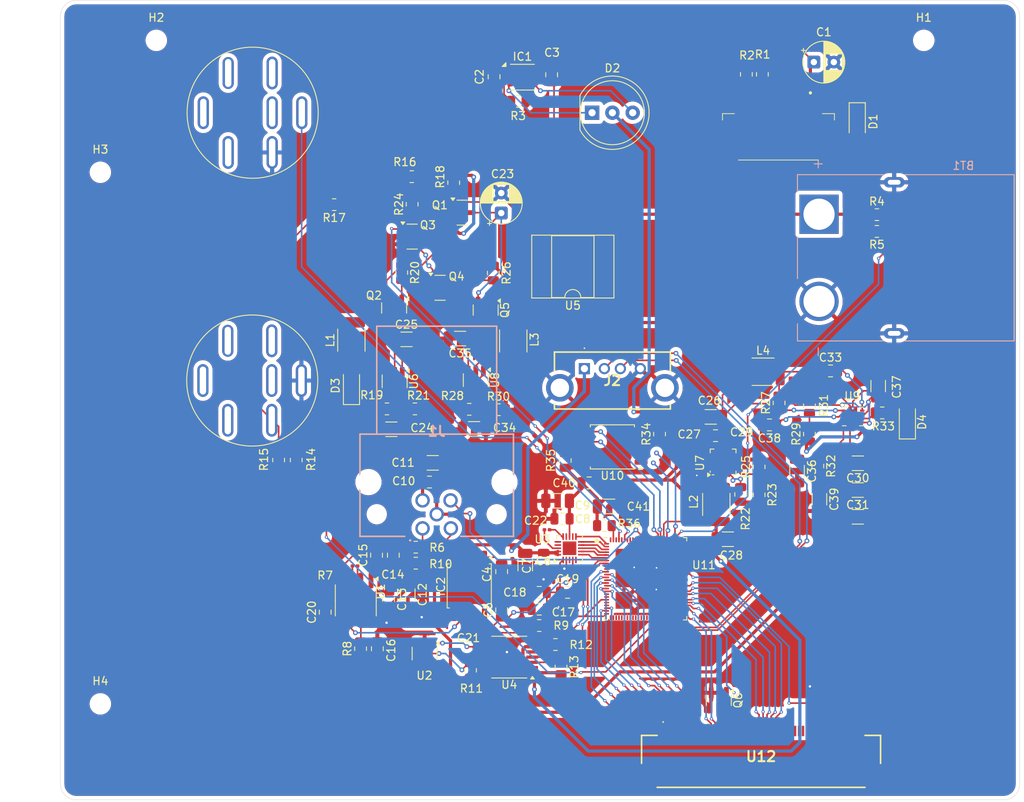
<source format=kicad_pcb>
(kicad_pcb (version 20241229) (generator "pcbnew") (generator_version "9.0")
  (layers (0 "F.Cu" signal) (2 "B.Cu" signal) (13 "F.Paste" user) (15 "B.Paste" user) (5 "F.SilkS" user "F.Silkscreen") (7 "B.SilkS" user "B.Silkscreen") (1 "F.Mask" user) (3 "B.Mask" user) (25 "Edge.Cuts" user))
  (net 0 "")
  (net 1 "/Battery Management/VBUS")
  (net 2 "GND")
  (net 3 "Net-(IC2-NR)")
  (net 4 "Net-(IC2-OUTF)")
  (net 5 "+5V5")
  (net 6 "+3V3")
  (net 7 "+10V")
  (net 8 "Net-(U1-+)")
  (net 9 "Net-(U1--)")
  (net 10 "Net-(U2-+)")
  (net 11 "Net-(U3-AINP)")
  (net 12 "Net-(U1-Vs-)")
  (net 13 "Net-(U4-P0W)")
  (net 14 "Net-(U2--)")
  (net 15 "Net-(U3-CAPA)")
  (net 16 "Net-(U3-CAPD)")
  (net 17 "Net-(Q1-D)")
  (net 18 "Net-(Q2-D)")
  (net 19 "Net-(U7-SS{slash}TR)")
  (net 20 "Net-(U9-GND)")
  (net 21 "Net-(U9-BOOT)")
  (net 22 "Net-(D4-A)")
  (net 23 "Net-(Q5-D)")
  (net 24 "Net-(U9-COMP)")
  (net 25 "Net-(U9-VCC)")
  (net 26 "Net-(C39-Pad1)")
  (net 27 "Net-(D2-K1)")
  (net 28 "Net-(D2-K2)")
  (net 29 "Net-(D3-A)")
  (net 30 "Net-(IC1-PROG)")
  (net 33 "/Measurement Chain/S+")
  (net 34 "/Processing, Memory and Display/ID")
  (net 35 "/Measurement Chain/S-")
  (net 36 "/Processing, Memory and Display/D+")
  (net 37 "/Processing, Memory and Display/D-")
  (net 38 "/Battery Management/CC1")
  (net 39 "/Battery Management/CC2")
  (net 40 "Net-(L2-Pad1)")
  (net 41 "Net-(U8-SW)")
  (net 42 "Net-(Q1-G)")
  (net 43 "Net-(Q2-G)")
  (net 44 "/Power Managment/SEL_5V{slash}10V")
  (net 45 "Net-(Q4-D)")
  (net 46 "Net-(Q6-G)")
  (net 47 "Net-(Q6-D)")
  (net 48 "/Battery Management/BAT_Monitor")
  (net 49 "V_BAT")
  (net 50 "Net-(R7-Pad1)")
  (net 51 "Net-(R7-Pad2)")
  (net 52 "Net-(R8-Pad2)")
  (net 53 "/Measurement Chain/POT_SDA")
  (net 54 "/Measurement Chain/POT_SCL")
  (net 55 "/Power Managment/ON{slash}OFF")
  (net 56 "/Power Managment/PWR_Button")
  (net 57 "Net-(U6-FB)")
  (net 58 "Net-(U7-PG)")
  (net 59 "Net-(U7-FB)")
  (net 60 "Net-(U9-FSW)")
  (net 61 "Net-(U8-FB)")
  (net 62 "Net-(U9-FB)")
  (net 63 "Net-(U9-ILIM)")
  (net 64 "Net-(U10-~{WP}{slash}IO_{2})")
  (net 65 "Net-(U10-~{HOLD}{slash}~{RESET}{slash}IO_{3})")
  (net 66 "Net-(U11-CHIP_PU)")
  (net 67 "/Processing, Memory and Display/STOP")
  (net 68 "/Measurement Chain/ADC_~{RESET}")
  (net 69 "/Measurement Chain/ADC_SCLK")
  (net 70 "/Measurement Chain/ADC_SDO")
  (net 72 "/Measurement Chain/ADC_START")
  (net 73 "/Measurement Chain/ADC_~{CS}")
  (net 74 "/Measurement Chain/ADC_~{DRDY}")
  (net 76 "/Measurement Chain/ADC_SDI")
  (net 77 "DGND")
  (net 81 "/Power Managment/PWR_Latch")
  (net 83 "Net-(U10-CLK)")
  (net 84 "Net-(U10-~{CS})")
  (net 85 "Net-(U10-DI{slash}IO_{0})")
  (net 86 "Net-(U10-DO{slash}IO_{1})")
  (net 87 "Net-(U11-GPIO22{slash}ADC)")
  (net 90 "Net-(U11-GPIO28)")
  (net 96 "Net-(U11-GPIO30)")
  (net 98 "Net-(U11-GPIO17{slash}ADC)")
  (net 99 "Net-(U11-GPIO14{slash}ADC)")
  (net 100 "Net-(U11-GPIO12{slash}ADC)")
  (net 105 "Net-(U11-GPIO13{slash}ADC)")
  (net 114 "Net-(U11-GPIO25{slash}ADC{slash}USB)")
  (net 117 "Net-(U11-GPIO32)")
  (net 121 "Net-(U11-GPIO15{slash}ADC)")
  (net 127 "Net-(U11-GPIO10{slash}ADC)")
  (net 128 "Net-(U11-GPIO16{slash}ADC)")
  (net 131 "Net-(U11-GPIO26{slash}ADC{slash}USB)")
  (net 134 "Net-(U11-GPIO23{slash}ADC)")
  (net 137 "Net-(U11-GPIO29)")
  (net 138 "Net-(U11-GPIO31)")
  (net 139 "Net-(U11-GPIO11{slash}ADC)")
  (footprint "Capacitor_SMD:C_0805_2012Metric" (layer "F.Cu") (at 104.55 94.4 90)
    (property "Reference" "C15")
    (property "Value" "0.1uF")
  )
  (footprint "gp-components:Kool_PushButton_Modified" (layer "F.Cu") (at 89.05 39.05 180)
    (property "Reference" "SW1" (hide yes))
    (property "Value" "Emergency Stop" (hide yes))
  )
  (footprint "Package_SO:SOIC-8_5.3x5.3mm_P1.27mm" (layer "F.Cu") (at 134.05 80.85 180)
    (property "Reference" "U10")
    (property "Value" "W25Q128JVS")
  )
  (footprint "Resistor_SMD:R_0805_2012Metric" (layer "F.Cu") (at 102.55 106.1 90)
    (property "Reference" "R8")
    (property "Value" "4.7kΩ")
  )
  (footprint "Inductor_SMD:L_1812_4532Metric" (layer "F.Cu") (at 121.65 67.6 -90)
    (property "Reference" "L3")
    (property "Value" "4.7uH")
  )
  (footprint "MountingHole:MountingHole_2.2mm_M2_DIN965" (layer "F.Cu") (at 77 30)
    (property "Reference" "H2")
    (property "Value" "MountingHole_2.2mm_M2_DIN965")
  )
  (footprint "Resistor_SMD:R_0805_2012Metric" (layer "F.Cu") (at 94.5 82.5 90)
    (property "Reference" "R15")
    (property "Value" "10kΩ")
  )
  (footprint "Capacitor_SMD:C_1206_3216Metric" (layer "F.Cu") (at 148.5 92.4)
    (property "Reference" "C28")
    (property "Value" "10uF")
  )
  (footprint "Resistor_SMD:R_0805_2012Metric" (layer "F.Cu") (at 107.7 59.05 -90)
    (property "Reference" "R20")
    (property "Value" "10kΩ")
  )
  (footprint "Resistor_SMD:R_0805_2012Metric" (layer "F.Cu") (at 158.7 75.7 90)
    (property "Reference" "R31")
    (property "Value" "10 kΩ")
  )
  (footprint "MountingHole:MountingHole_2.2mm_M2_DIN965" (layer "F.Cu") (at 70 46.5)
    (property "Reference" "H3")
    (property "Value" "MountingHole_2.2mm_M2_DIN965")
  )
  (footprint "Capacitor_SMD:C_0805_2012Metric" (layer "F.Cu") (at 120.2 96.45 -90)
    (property "Reference" "C4")
    (property "Value" "0.1uF")
  )
  (footprint "Capacitor_SMD:C_0805_2012Metric" (layer "F.Cu") (at 104.65 106.1 90)
    (property "Reference" "C16")
    (property "Value" "4.7uF")
  )
  (footprint "Capacitor_SMD:C_1206_3216Metric" (layer "F.Cu") (at 157.15 83.875 -90)
    (property "Reference" "C36")
    (property "Value" "22uF")
  )
  (footprint "Resistor_SMD:R_0805_2012Metric" (layer "F.Cu") (at 109.45 93.4 180)
    (property "Reference" "R10")
    (property "Value" "10kΩ")
  )
  (footprint "Inductor_SMD:L_1812_4532Metric" (layer "F.Cu") (at 147.05 88.05 -90)
    (property "Reference" "L2")
    (property "Value" "2.2uH")
  )
  (footprint "Capacitor_SMD:C_1206_3216Metric" (layer "F.Cu") (at 108.45 99.325 -90)
    (property "Reference" "C12")
    (property "Value" "10uF")
  )
  (footprint "Resistor_SMD:R_0805_2012Metric" (layer "F.Cu") (at 128.15 82.55 -90)
    (property "Reference" "R35")
    (property "Value" "10kΩ")
  )
  (footprint "Capacitor_SMD:C_0805_2012Metric" (layer "F.Cu") (at 98.125 101.525 90)
    (property "Reference" "C20")
    (property "Value" "0.1uF")
  )
  (footprint "Capacitor_SMD:C_0805_2012Metric" (layer "F.Cu") (at 124.9 99.05 180)
    (property "Reference" "C18")
    (property "Value" "0.47uF")
  )
  (footprint "LIB_USB1040-GF-L-B:USB1040GFLB" (layer "F.Cu") (at 130.55 71.06)
    (property "Reference" "J2")
    (property "Value" "USB_A" (hide yes))
  )
  (footprint "Capacitor_SMD:C_0805_2012Metric" (layer "F.Cu") (at 153.7 78.1 180)
    (property "Reference" "C38")
    (property "Value" "2.2uF")
  )
  (footprint "Resistor_SMD:R_0805_2012Metric" (layer "F.Cu") (at 167.1375 51.8)
    (property "Reference" "R4")
    (property "Value" "100kΩ")
  )
  (footprint "Diode_SMD:D_SMF" (layer "F.Cu") (at 164.68 40.1625 -90)
    (property "Reference" "D1")
    (property "Value" "SMF5V0A")
  )
  (footprint "Capacitor_SMD:C_1206_3216Metric" (layer "F.Cu") (at 159.95 87.4 -90)
    (property "Reference" "C39")
    (property "Value" "22uF")
  )
  (footprint "Capacitor_SMD:C_1206_3216Metric" (layer "F.Cu") (at 133.65 88.3)
    (property "Reference" "C41")
    (property "Value" "10uF")
  )
  (footprint "Resistor_SMD:R_0805_2012Metric" (layer "F.Cu") (at 105.85 76.1)
    (property "Reference" "R19")
    (property "Value" "71.4 kΩ")
  )
  (footprint "Resistor_SMD:R_0805_2012Metric" (layer "F.Cu") (at 99.25 50.55 180)
    (property "Reference" "R17")
    (property "Value" "100kΩ")
  )
  (footprint "Capacitor_SMD:C_1206_3216Metric" (layer "F.Cu") (at 146.35 77.1 180)
    (property "Reference" "C26")
    (property "Value" "10uF")
  )
  (footprint "Resistor_SMD:R_0805_2012Metric" (layer "F.Cu") (at 119.15 59.1 -90)
    (property "Reference" "R26")
    (property "Value" "10kΩ")
  )
  (footprint "Inductor_SMD:L_1812_4532Metric_Pad1.30x3.40mm_HandSolder" (layer "F.Cu") (at 101.4 67.5 90)
    (property "Reference" "L1")
    (property "Value" "4.7 uH")
  )
  (footprint "Resistor_SMD:R_0805_2012Metric" (layer "F.Cu") (at 139.95 79.25 90)
    (property "Reference" "R34")
    (property "Value" "10kΩ")
  )
  (footprint "Capacitor_SMD:C_0805_2012Metric" (layer "F.Cu") (at 128.45 99.05)
    (property "Reference" "C19")
    (property "Value" "0.1uF")
  )
  (footprint "Capacitor_THT:CP_Radial_D5.0mm_P2.50mm" (layer "F.Cu") (at 120.15 51.6 90)
    (property "Reference" "C23")
    (property "Value" "100uF")
  )
  (footprint "LED_THT:LED_D8.0mm-3" (layer "F.Cu") (at 131.51 39.05)
    (property "Reference" "D2")
    (property "Value" "Bi-color LED")
  )
  (footprint "Resistor_SMD:R_0805_2012Metric" (layer "F.Cu") (at 116.3 108.8 -90)
    (property "Reference" "R11")
    (property "Value" "4.99kΩ")
  )
  (footprint "Capacitor_SMD:C_1206_3216Metric" (layer "F.Cu") (at 127.2 87.6 180)
    (property "Reference" "C9")
    (property "Value" "10uF")
  )
  (footprint "Package_TO_SOT_SMD:SOT-23" (layer "F.Cu") (at 112.5 60.95)
    (property "Reference" "Q4")
    (property "Value" "AO3400A")
  )
  (footprint "Package_DFN_QFN:DFN-10-1EP_3x3mm_P0.5mm_EP1.55x2.48mm" (layer "F.Cu") (at 122.8 34.6051)
    (property "Reference" "IC1")
    (property "Value" "MCP73223")
  )
  (footprint "gp-components:ESP32-P4" (layer "F.Cu") (at 138.2 97.35)
    (property "Reference" "U11")
    (property "Value" "ESP32-P4")
  )
  (footprint "Inductor_SMD:L_1812_4532Metric" (layer "F.Cu") (at 152.9 71.45)
    (property "Reference" "L4")
    (property "Value" "4.7 uH")
  )
  (footprint "Capacitor_SMD:C_0805_2012Metric" (layer "F.Cu") (at 146.95 79.45 180)
    (property "Reference" "C27")
    (property "Value" "0.1uF")
  )
  (footprint "Resistor_SMD:R_0805_2012Metric" (layer "F.Cu") (at 133.05 90.7)
    (property "Reference" "R36")
    (property "Value" "20kΩ")
  )
  (footprint "gp-components:Kool_PushButton_Modified" (layer "F.Cu") (at 89 72.55 180)
    (property "Reference" "SW2" (hide yes))
    (property "Value" "ON/OFF" (hide yes))
  )
  (footprint "Resistor_SMD:R_0805_2012Metric" (layer "F.Cu") (at 167.8 76.6)
    (property "Reference" "R33")
    (property "Value" "127kΩ")
  )
  (footprint "Diode_SMD:D_SMF" (layer "F.Cu") (at 101.4125 73.2 90)
    (property "Reference" "D3")
    (property "Value" "D_Schottky")
  )
  (footprint "Capacitor_SMD:C_1206_3216Metric" (layer "F.Cu") (at 167.3 73.25 90)
    (property "Reference" "C37")
    (property "Value" "10uF")
  )
  (footprint "Capacitor_SMD:C_1206_3216Metric" (layer "F.Cu") (at 164.75 89.6 180)
    (property "Reference" "C32" (hide yes))
    (property "Value" "22uF")
  )
  (footprint "Resistor_SMD:R_0805_2012Metric" (layer "F.Cu") (at 150.1 86.8 90)
    (property "Reference" "R22")
    (property "Value" "100 kΩ")
  )
  (footprint "Capacitor_SMD:C_1206_3216Metric" (layer "F.Cu") (at 164.75 86.25 180)
    (property "Reference" "C31")
    (property "Value" "22uF")
  )
  (footprint "Capacitor_SMD:C_0805_2012Metric" (layer "F.Cu") (at 125.45 95.05 -90)
    (property "Reference" "C6")
    (property "Value" "0.1uF")
  )
  (footprint "Resistor_SMD:R_0805_2012Metric" (layer "F.Cu") (at 122.2875 37.6251)
    (property "Reference" "R3")
    (property "Value" "500kΩ")
  )
  (footprint "Resistor_SMD:R_0805_2012Metric" (layer "F.Cu") (at 109 50.5 90)
    (property "Reference" "R24")
    (property "Value" "10kΩ")
  )
  (footprint "Resistor_SMD:R_0805_2012Metric" (layer "F.Cu") (at 127.625 108.375 -90)
    (property "Reference" "R13")
    (property "Value" "10kΩ")
  )
  (footprint "Capacitor_SMD:C_0805_2012Metric" (layer "F.Cu") (at 111.175 85.25)
    (property "Reference" "C10")
    (property "Value" "0.1uF")
  )
  (footprint "Resistor_SMD:R_0805_2012Metric" (layer "F.Cu") (at 119.8 76.2)
    (property "Reference" "R30")
    (property "Value" "10 kΩ")
  )
  (footprint "Package_SO:SOIC-8_3.9x4.9mm_P1.27mm" (layer "F.Cu") (at 101.95 100.05 -90)
    (property "Reference" "U1")
    (property "Value" "AD8421")
  )
  (footprint "Package_TO_SOT_SMD:SOT-23-6" (layer "F.Cu") (at 116.9625 72.5 -90)
    (property "Reference" "U8")
    (property "Value" "TPS61099")
  )
  (footprint "Package_DFN_QFN:VQFN-16-1EP_3x3mm_P0.5mm_EP1.68x1.68mm" (layer "F.Cu") (at 147.9 82.7375 90)
    (property "Reference" "U7")
    (property "Value" "TPS62130")
  )
  (footprint "Capacitor_SMD:C_0805_2012Metric" (layer "F.Cu") (at 120.2 101.25 90)
    (property "Reference" "C5")
    (property "Value" "0.1uF")
  )
  (footprint "Resistor_SMD:R_0805_2012Metric" (layer "F.Cu") (at 152.4 83.35 90)
    (property "Reference" "R25")
    (property "Value" "10kΩ")
  )
  (footprint "Package_TO_SOT_SMD:SOT-23" (layer "F.Cu") (at 106.75 63.475 -90)
    (property "Reference" "Q2")
    (property "Value" "AO3401A")
  )
  (footprint "Resistor_SMD:R_0805_2012Metric" (layer "F.Cu") (at 116.15 76.15)
    (property "Reference" "R28")
    (property "Value" "40 kΩ")
  )
  (footprint "FH28-50S-0.5SH_05:FH2850S05SH05" (layer "F.Cu") (at 152.65 119.915)
    (property "Reference" "U12")
    (property "Value" "TouchScreen/SPI Touch Controller" (hide yes))
  )
  (footprint "Package_SO:TSSOP-14_4.4x5mm_P0.65mm" (layer "F.Cu") (at 121.15 107.15 180)
    (property "Reference" "U4")
    (property "Value" "MCP41U83")
  )
  (footprint "Package_TO_SOT_SMD:SOT-23" (layer "F.Cu") (at 115.2625 51.55)
    (property "Reference" "Q1")
    (property "Value" "AO3401A")
  )
  (footprint "Capacitor_SMD:C_0805_2012Metric" (layer "F.Cu") (at 127.75 89.85 180)
    (property "Reference" "C8")
    (property "Value" "0.1uF")
  )
  (footprint "Resistor_SMD:R_0805_2012Metric" (layer "F.Cu") (at 109.35 76.1)
    (property "Reference" "R21")
    (property "Value" "10 kΩ")
  )
  (footprint "Capacitor_SMD:C_0805_2012Metric" (layer "F.Cu") (at 126.45 34.3 90)
    (property "Reference" "C3")
    (property "Value" "1uF")
  )
  (footprint "Capacitor_SMD:C_0201_0603Metric" (layer "F.Cu") (at 116.75 106.25 90)
    (property "Reference" "C21")
    (property "Value" "10pF")
  )
  (footprint "Resistor_SMD:R_0805_2012Metric" (layer "F.Cu") (at 152.81 34.25 90)
    (property "Reference" "R1")
    (property "Value" "5.1kΩ")
  )
  (footprint "Resistor_SMD:R_0805_2012Metric" (layer "F.Cu") (at 152.4 86.85 -90)
    (property "Reference" "R23")
    (property "Value" "31.25kΩ")
  )
  (footprint "Capacitor_SMD:C_0805_2012Metric" (layer "F.Cu") (at 131.15 85.35)
    (property "Reference" "C40")
    (property "Value" "0.1F")
  )
  (footprint "Resistor_SMD:R_0201_0603Metric" (layer "F.Cu") (at 101.85 95.75 180)
    (property "Reference" "R7")
    (property "Value" "100 Ω")
  )
  (footprint "Resistor_SMD:R_0805_2012Metric" (layer "F.Cu") (at 158.7 79.25 90)
    (property "Reference" "R29")
    (property "Value" "4.87 kΩ")
  )
  (footprint "Capacitor_SMD:C_0805_2012Metric" (layer "F.Cu") (at 106.65 94.4 90)
    (property "Reference" "C14")
    (property "Value" "3.3uF")
  )
  (footprint "Package_TO_SOT_SMD:SOT-23" (layer "F.Cu") (at 109 54.55)
    (property "Reference" "Q3")
    (property "Value" "AO3400A")
  )
  (footprint "Capacitor_SMD:C_0805_2012Metric" (layer "F.Cu") (at 124.9 101.15 180)
    (property "Reference" "C17")
    (property "Value" "0.33uF")
  )
  (footprint "Package_DFN_QFN:Texas_VQFN-RNR0011A-11" (layer "F.Cu") (at 164.125 77.05)
    (property "Reference" "U9")
    (property "Value" "TPS61089")
  )
  (footprint "Resistor_SMD:R_0805_2012Metric" (layer "F.Cu") (at 154.9 75.35 90)
    (property "Reference" "R27")
    (property "Value" "301kΩ")
  )
  (footprint "Molex_505575-0581:5055750581" (layer "F.Cu") (at 154.82 41.77 180)
    (property "Reference" "J3" (hide yes))
    (property "Value" "USB_C Charging port" (hide yes))
  )
  (footprint "Resistor_SMD:R_0805_2012Metric" (layer "F.Cu") (at 124.9 103.2 180)
    (property "Reference" "R9")
    (property "Value" "10kΩ")
  )
  (footprint "Diode_SMD:D_SMF" (layer "F.Cu") (at 170.95 77.5 90)
    (property "Reference" "D4")
    (property "Value" "D_Schottky")
  )
  (footprint "Capacitor_SMD:C_0201_0603Metric" (layer "F.Cu") (at 125.87 91.22)
    (property "Reference" "C22")
    (property "Value" "10nF")
  )
  (footprint "Capacitor_SMD:C_1206_3216Metric" (layer "F.Cu") (at 123.15 95.65 -90)
    (property "Reference" "C7")
    (property "Value" "10uF")
  )
  (footprint "Resistor_SMD:R_0805_2012Metric" (layer "F.Cu") (at 92.3 82.5 -90)
    (property "Reference" "R14")
    (property "Value" "1.2kΩ")
  )
  (footprint "Capacitor_THT:CP_Radial_D5.0mm_P2.50mm" (layer "F.Cu") (at 159.25 32.72)
    (property "Reference" "C1")
    (property "Value" "100uF")
  )
  (footprint "Package_TO_SOT_SMD:SOT-23" (layer "F.Cu") (at 147.3625 112.55 -90)
    (property "Reference" "Q6")
    (property "Value" "AO3400A")
  )
  (footprint "Capacitor_SMD:C_0201_0603Metric" (layer "F.Cu") (at 149.45 80.1 180)
    (property "Reference" "C29")
    (property "Value" "3.3nF")
  )
  (footprint "Capacitor_SMD:C_1206_3216Metric" (layer "F.Cu") (at 164.75 82.9 180)
    (property "Reference" "C30")
    (property "Value" "22uF")
  )
  (footprint "Resistor_SMD:R_0805_2012Metric" (layer "F.Cu") (at 114.2 47.8 -90)
    (property "Reference" "R18")
    (property "Value" "1MΩ")
  )
  (footprint "Package_TO_SOT_SMD:SOT-23" (layer "F.Cu") (at 118.2 63.7375 -90)
    (property "Reference" "Q5")
    (property "Value" "AO3401A")
  )
  (footprint "MountingHole:MountingHole_2.2mm_M2_DIN965" (layer "F.Cu") (at 173 30)
    (property "Reference" "H1")
    (property "Value" "MountingHole_2.2mm_M2_DIN965")
  )
  (footprint "Capacitor_SMD:C_1206_3216Metric" (layer "F.Cu") (at 108.3 67.4)
    (property "Reference" "C25")
    (property "Value" "10uF")
  )
  (footprint "Package_DIP:DIP-5-6_W7.62mm_SMDSocket_SmallPads" (layer "F.Cu") (at 129.1 58.3 180)
    (property "Reference" "U5")
    (property "Value" "MOC 8102 Optocoupler")
  )
  (footprint "Capacitor_SMD:C_1206_3216Metric" (layer "F.Cu") (at 115 67.3 180)
    (property "Reference" "C35")
    (property "Value" "10uF")
  )
  (footprint "Resistor_SMD:R_0805_2012Metric" (layer "F.Cu") (at 167.1375 53.9 180)
    (property "Reference" "R5")
    (property "Value" "200kΩ")
  )
  (footprint "Resistor_SMD:R_0805_2012Metric" (layer "F.Cu") (at 126.925 105.575 180)
    (property "Reference" "R12")
    (property "Value" "10kΩ")
  )
  (footprint "Capacitor_SMD:C_0805_2012Metric" (layer "F.Cu") (at 119.25 34.5551 -90)
    (property "Reference" "C2")
    (property "Value" "0.1uF")
  )
  (footprint "Capacitor_SMD:C_1206_3216Metric" (layer "F.Cu") (at 116.75 78.6)
    (property "Reference" "C34")
    (property "Value" "10uF")
  )
  (footprint "Resistor_SMD:R_0805_2012Metric" (layer "F.Cu") (at 159.75 83.25 -90)
    (property "Reference" "R32")
    (property "Value" "17.4kΩ")
  )
  (footprint "Capacitor_SMD:C_1206_3216Metric" (layer "F.Cu") (at 106.4 78.65)
    (property "Reference" "C24")
    (property "Value" "10uF")
  )
  (footprint "Resistor_SMD:R_0805_2012Metric" (layer "F.Cu") (at 150.81 34.25 90)
    (property "Reference" "R2")
    (property "Value" "5.1kΩ")
  )
  (footprint "Package_TO_SOT_SMD:SOT-23-6" (layer "F.Cu") (at 106.8125 72.65 -90)
    (property "Reference" "U6")
    (property "Value" "TPS61170")
  )
  (footprint "Capacitor_SMD:C_0805_2012Metric" (layer "F.Cu") (at 161.3375 71.35)
    (property "Reference" "C33")
    (property "Value" "0.1uF")
  )
  (footprint "Package_SO:SOIC-8_5.3x5.3mm_P1.27mm" (layer "F.Cu") (at 116.145 98.2375 -90)
    (property "Reference" "IC2")
    (property "Value" "MAX6126")
  )
  (footprint "Capacitor_SMD:C_0805_2012Metric" (layer "F.Cu") (at 106.05 99.925 -90)
    (property "Reference" "C13")
    (property "Value" "0.1uF")
  )
  (footprint "MountingHole:MountingHole_2.2mm_M2_DIN965" (layer "F.Cu") (at 70 113)
    (property "Reference" "H4")
    (property "Value" "MountingHole_2.2mm_M2_DIN965")
  )
  (footprint "Package_DFN_QFN:WQFN-20-1EP_3x3mm_P0.4mm_EP1.7x1.7mm" (layer "F.Cu") (at 128.69 93.5325 90)
    (property "Reference" "U3")
    (property "Value" "ADS127L21")
  )
  (footprint "Resistor_SMD:R_0805_2012Metric" (layer "F.Cu") (at 108.95 47.05 180)
    (property "Reference" "R16")
    (property "Value" "1kΩ" (hide yes))
  )
  (footprint "Resistor_SMD:R_0805_2012Metric" (layer "F.Cu") (at 109.45 95.4)
    (property "Reference" "R6")
    (property "Value" "10kΩ")
  )
  (footprint "Package_TO_SOT_SMD:TSOT-23-5" (layer "F.Cu") (at 110.5625 106.7 -90)
    (property "Reference" "U2")
    (property "Value" "OPA188")
  )
  (footprint "Capacitor_SMD:C_1206_3216Metric" (layer "F.Cu") (at 111.575 82.85)
    (property "Reference" "C11")
    (property "Value" "10uF")
  )
  (footprint "XT90PW-M:AMASS_XT90PW-M" (layer "B.Cu") (at 169.3 57.2 -90)
    (property "Reference" "BT1")
    (property "Value" "Battery Terminal")
  )
  (footprint "LIB_1436563:1436563" (layer "B.Cu") (at 110.305 91.045)
    (property "Reference" "J1")
    (property "Value" "M12 5-pin" (hide yes))
  )
  (gr_arc (start 185 123) (mid 184.414214 124.414214) (end 183 125) (stroke (width 0.05)) (layer "Edge.Cuts"))
  (gr_line (start 183 125) (end 67 125) (stroke (width 0.05)) (layer "Edge.Cuts"))
  (gr_arc (start 67 125) (mid 65.585786 124.414214) (end 65 123) (stroke (width 0.05)) (layer "Edge.Cuts"))
  (gr_line (start 67 25) (end 183 25) (stroke (width 0.05)) (layer "Edge.Cuts"))
  (gr_arc (start 65 27) (mid 65.585786 25.585786) (end 67 25) (stroke (width 0.05)) (layer "Edge.Cuts"))
  (gr_line (start 65 123) (end 65 27) (stroke (width 0.05)) (layer "Edge.Cuts"))
  (gr_arc (start 183 25) (mid 184.414214 25.585786) (end 185 27) (stroke (width 0.05)) (layer "Edge.Cuts"))
  (gr_line (start 185 27) (end 185 123) (stroke (width 0.05)) (layer "Edge.Cuts"))
  (segment (start 119.145 33.5) (end 119.25 33.6051) (width 0.2) (layer "F.Cu") (net 1))
  (segment (start 122.8651 29.99) (end 156.53 29.99) (width 0.2) (layer "F.Cu") (net 1))
  (segment (start 156.53 29.99) (end 156.53 30) (width 0.2) (layer "F.Cu") (net 1))
  (segment (start 164.5375 38.57) (end 164.68 38.7125) (width 0.4) (layer "F.Cu") (net 1))
  (segment (start 119.25 33.6051) (end 122.8651 29.99) (width 0.2) (layer "F.Cu") (net 1))
  (segment (start 119.25 33.6051) (end 121.25 33.6051) (width 0.2) (layer "F.Cu") (net 1))
  (segment (start 158.82 38.57) (end 158.82 33.15) (width 0.4) (layer "F.Cu") (net 1))
  (segment (start 158.82 33.15) (end 159.25 32.72) (width 0.4) (layer "F.Cu") (net 1))
  (segment (start 156.53 30) (end 159.25 32.72) (width 0.2) (layer "F.Cu") (net 1))
  (segment (start 121.25 34.1051) (end 121.25 33.6051) (width 0.2) (layer "F.Cu") (net 1))
  (segment (start 158.82 38.57) (end 164.5375 38.57) (width 0.4) (layer "F.Cu") (net 1))
  (segment (start 138.2 97.35) (end 136.85 98.7) (width 0.4) (layer "F.Cu") (net 2))
  (segment (start 161.27 43.02) (end 161.22 42.97) (width 0.4) (layer "F.Cu") (net 2))
  (segment (start 138.2 94.65) (end 140.9 94.65) (width 0.4) (layer "F.Cu") (net 2))
  (segment (start 151.4 115) (end 151.42 114.98) (width 0.2) (layer "F.Cu") (net 2))
  (segment (start 112.075 89.275) (end 112.075 85.3) (width 0.4) (layer "F.Cu") (net 2))
  (segment (start 140.9 94.65) (end 140.9 97.35) (width 0.4) (layer "F.Cu") (net 2))
  (segment (start 138.2 94.65) (end 135.5 94.65) (width 0.4) (layer "F.Cu") (net 2))
  (segment (start 139.57 95.98) (end 140.9 94.65) (width 0.4) (layer "F.Cu") (net 2))
  (segment (start 151.4 116.39) (end 151.4 115) (width 0.2) (layer "F.Cu") (net 2))
  (segment (start 138.2 97.35) (end 140.9 97.35) (width 0.4) (layer "F.Cu") (net 2))
  (segment (start 122.17 105.2) (end 120.855 106.515) (width 0.2) (layer "F.Cu") (net 2))
  (segment (start 136.775 95.925) (end 138.2 97.35) (width 0.4) (layer "F.Cu") (net 2))
  (segment (start 140.9 97.35) (end 140.9 100.05) (width 0.4) (layer "F.Cu") (net 2))
  (segment (start 135.5 97.35) (end 135.5 100.05) (width 0.4) (layer "F.Cu") (net 2))
  (segment (start 128.29 95.83) (end 128.29 94.995) (width 0.2) (layer "F.Cu") (net 2))
  (segment (start 135.5 94.65) (end 136.775 95.925) (width 0.4) (layer "F.Cu") (net 2))
  (segment (start 147.649 82.9885) (end 146.4375 82.9885) (width 0.2) (layer "F.Cu") (net 2))
  (segment (start 147.9 82.7375) (end 147.649 82.9885) (width 0.2) (layer "F.Cu") (net 2))
  (segment (start 119.25 35.5051) (end 120.15 34.6051) (width 0.2) (layer "F.Cu") (net 2))
  (segment (start 135.5 97.35) (end 135.5 94.65) (width 0.4) (layer "F.Cu") (net 2))
  (segment (start 138.2 97.35) (end 139.57 95.98) (width 0.4) (layer "F.Cu") (net 2))
  (segment (start 139.545 98.695) (end 140.9 100.05) (width 0.4) (layer "F.Cu") (net 2))
  (segment (start 112.075 85.3) (end 112.125 85.25) (width 0.4) (layer "F.Cu") (net 2))
  (segment (start 114.165 89.275) (end 114.21 89.32) (width 0.4) (layer "F.Cu") (net 2))
  (segment (start 120.22 107.15) (end 118.2875 107.15) (width 0.2) (layer "F.Cu") (net 2))
  (segment (start 120.15 34.6051) (end 121.25 34.6051) (width 0.2) (layer "F.Cu") (net 2))
  (segment (start 147.9 82.7375) (end 147.1875 82.7375) (width 0.2) (layer "F.Cu") (net 2))
  (segment (start 163.2725 43.02) (end 161.27 43.02) (width 0.4) (layer "F.Cu") (net 2))
  (segment (start 147.1875 82.7375) (end 146.4375 83.4875) (width 0.2) (layer "F.Cu") (net 2))
  (segment (start 135.5 97.35) (end 138.2 97.35) (width 0.4) (layer "F.Cu") (net 2))
  (segment (start 120.855 106.515) (end 120.22 107.15) (width 0.2) (layer "F.Cu") (net 2))
  (segment (start 136.85 98.7) (end 135.5 100.05) (width 0.4) (layer "F.Cu") (net 2))
  (segment (start 138.2 97.35) (end 138.2 94.65) (width 0.4) (layer "F.Cu") (net 2))
  (segment (start 138.2 100.05) (end 138.2 97.35) (width 0.4) (layer "F.Cu") (net 2))
  (segment (start 138.2 100.05) (end 135.5 100.05) (width 0.4) (layer "F.Cu") (net 2))
  (segment (start 164.68 41.6125) (end 163.2725 43.02) (width 0.4) (layer "F.Cu") (net 2))
  (segment (start 140.9 100.05) (end 138.2 100.05) (width 0.4) (layer "F.Cu") (net 2))
  (segment (start 112.075 89.275) (end 113.86 89.275) (width 0.4) (layer "F.Cu") (net 2))
  (segment (start 138.2 97.35) (end 139.545 98.695) (width 0.4) (layer "F.Cu") (net 2))
  (segment (start 124.0125 105.2) (end 122.17 105.2) (width 0.2) (layer "F.Cu") (net 2))
  (segment (start 128.04 96.08) (end 128.29 95.83) (width 0.2) (layer "F.Cu") (net 2))
  (via (at 139.57 95.98) (size 0.4) (drill 0.2) (layers "F.Cu" "B.Cu") (net 2))
  (via (at 136.775 95.925) (size 0.4) (drill 0.2) (layers "F.Cu" "B.Cu") (net 2))
  (via (at 144.61 84.42) (size 0.4) (drill 0.2) (layers "F.Cu" "B.Cu") (net 2))
  (via (at 127.32 100.87) (size 0.4) (drill 0.2) (layers "F.Cu" "B.Cu") (net 2))
  (via (at 139.545 98.695) (size 0.4) (drill 0.2) (layers "F.Cu" "B.Cu") (net 2))
  (via (at 158.76 110.81) (size 0.6) (drill 0.3) (layers "F.Cu" "B.Cu") (net 2))
  (via (at 136.85 98.7) (size 0.4) (drill 0.2) (layers "F.Cu" "B.Cu") (net 2))
  (via (at 125.44 97.42) (size 0.6) (drill 0.3) (layers "F.Cu" "B.Cu") (net 2))
  (via (at 120.855 106.515) (size 0.6) (drill 0.3) (layers "F.Cu" "B.Cu") (net 2))
  (via (at 128.04 96.08) (size 0.6) (drill 0.3) (layers "F.Cu" "B.Cu") (net 2))
  (via (at 110.2 102.15) (size 0.6) (drill 0.3) (layers "F.Cu" "B.Cu") (net 2))
  (via (at 105.8 102.85) (size 0.6) (drill 0.3) (layers "F.Cu" "B.Cu") (net 2))
  (segment (start 119.35 94.65) (end 120.2 95.5) (width 0.2) (layer "F.Cu") (net 3))
  (segment (start 118.05 94.65) (end 119.35 94.65) (width 0.2) (layer "F.Cu") (net 3))
  (segment (start 129.09 97.13) (end 129.09 96.75) (width 0.2) (layer "F.Cu") (net 4))
  (segment (start 129.09 96.75) (end 129.09 96.1105) (width 0.2) (layer "F.Cu") (net 4))
  (segment (start 128.38 97.84) (end 129.09 97.13) (width 0.2) (layer "F.Cu") (net 4))
  (segment (start 128.25 97.84) (end 128.38 97.84) (width 0.2) (layer "F.Cu") (net 4))
  (segment (start 120.2 102.2) (end 121.05 102.2) (width 0.2) (layer "F.Cu") (net 4))
  (segment (start 129.09 96.75) (end 129.09 94.995) (width 0.2) (layer "F.Cu") (net 4))
  (segment (start 116.78 102.637) (end 117.693 103.55) (width 0.2) (layer "F.Cu") (net 4))
  (segment (start 114.3 103.35) (end 115.51 102.14) (width 0.2) (layer "F.Cu") (net 4))
  (segment (start 118.85 103.55) (end 120.2 102.2) (width 0.2) (layer "F.Cu") (net 4))
  (segment (start 117.693 103.55) (end 118.85 103.55) (width 0.2) (layer "F.Cu") (net 4))
  (segment (start 121.05 102.2) (end 121.7 101.55) (width 0.2) (layer "F.Cu") (net 4))
  (segment (start 115.51 102.14) (end 115.51 101.825) (width 0.2) (layer "F.Cu") (net 4))
  (segment (start 115.51 101.825) (end 116.78 101.825) (width 0.2) (layer "F.Cu") (net 4))
  (segment (start 101.315 103.515) (end 101.9 104.1) (width 0.2) (layer "F.Cu") (net 4))
  (segment (start 116.78 101.825) (end 116.78 102.637) (width 0.2) (layer "F.Cu") (net 4))
  (segment (start 101.315 102.525) (end 101.315 103.515) (width 0.2) (layer "F.Cu") (net 4))
  (via (at 128.25 97.84) (size 0.6) (drill 0.3) (layers "F.Cu" "B.Cu") (net 4))
  (via (at 101.9 104.1) (size 0.6) (drill 0.3) (layers "F.Cu" "B.Cu") (net 4))
  (via (at 114.3 103.35) (size 0.6) (drill 0.3) (layers "F.Cu" "B.Cu") (net 4))
  (via (at 121.7 101.55) (size 0.6) (drill 0.3) (layers "F.Cu" "B.Cu") (net 4))
  (segment (start 128.25 97.84) (end 127.36 97.84) (width 0.2) (layer "B.Cu") (net 4))
  (segment (start 101.9 104.1) (end 113.55 104.1) (width 0.2) (layer "B.Cu") (net 4))
  (segment (start 123.65 101.55) (end 121.7 101.55) (width 0.2) (layer "B.Cu") (net 4))
  (segment (start 113.55 104.1) (end 114.3 103.35) (width 0.2) (layer "B.Cu") (net 4))
  (segment (start 127.36 97.84) (end 123.65 101.55) (width 0.2) (layer "B.Cu") (net 4))
  (segment (start 108.305 103.13) (end 111.83 103.13) (width 0.4) (layer "F.Cu") (net 5))
  (segment (start 164.475 78.0154) (end 165.005 78.5452) (width 0.4) (layer "F.Cu") (net 5))
  (segment (start 158.7 80.1625) (end 158.3291 80.5334) (width 0.4) (layer "F.Cu") (net 5))
  (segment (start 106.05 100.875) (end 105.505 100.875) (width 0.4) (layer "F.Cu") (net 5))
  (segment (start 116.042 93.1) (end 121.7266 93.1) (width 0.4) (layer "F.Cu") (net 5))
  (segment (start 123.225 94.1) (end 123.15 94.175) (width 0.4) (layer "F.Cu") (net 5))
  (segment (start 164.475 77.75) (end 164.475 78.0154) (width 0.4) (layer "F.Cu") (net 5))
  (segment (start 121.4267 93.8379) (end 121.4267 93.3999) (width 0.4) (layer "F.Cu") (net 5))
  (segment (start 165.3486 78.8889) (end 165.005 78.5452) (width 0.4) (layer "F.Cu") (net 5))
  (segment (start 164.4 116.39) (end 164.4 109.96) (width 0.2) (layer "F.Cu") (net 5))
  (segment (start 115.45 114.05) (end 113.5 112.1) (width 0.4) (layer "F.Cu") (net 5))
  (segment (start 158.3291 80.5334) (end 158.3291 81.4139) (width 0.4) (layer "F.Cu") (net 5))
  (segment (start 111.83 103.13) (end 112.4 103.7) (width 0.4) (layer "F.Cu") (net 5))
  (segment (start 112.4 103.7) (end 112.675 103.975) (width 0.4) (layer "F.Cu") (net 5))
  (segment (start 125.45 94.1) (end 126.995 94.1) (width 0.4) (layer "F.Cu") (net 5))
  (segment (start 113.85 93.1) (end 111.8 95.15) (width 0.4) (layer "F.Cu") (net 5))
  (segment (start 135 109) (end 129.95 114.05) (width 0.4) (layer "F.Cu") (net 5))
  (segment (start 113.8 111.8) (end 113.5 112.1) (width 0.4) (layer "F.Cu") (net 5))
  (segment (start 165.41 78.95) (end 170.95 78.95) (width 0.4) (layer "F.Cu") (net 5))
  (segment (start 108.45 98.475) (end 106.05 100.875) (width 0.4) (layer "F.Cu") (net 5))
  (segment (start 166.225 79.7654) (end 165.3486 78.8889) (width 0.4) (layer "F.Cu") (net 5))
  (segment (start 166.225 82.9) (end 166.225 79.7654) (width 0.4) (layer "F.Cu") (net 5))
  (segment (start 121.4267 93.3999) (end 121.7266 93.1) (width 0.4) (layer "F.Cu") (net 5))
  (segment (start 111.512 108.1962) (end 111.5125 108.1957) (width 0.4) (layer "F.Cu") (net 5))
  (segment (start 111.5125 108.1957) (end 111.5125 107.8375) (width 0.4) (layer "F.Cu") (net 5))
  (segment (start 106.05 100.875) (end 108.305 103.13) (width 0.4) (layer "F.Cu") (net 5))
  (segment (start 122.075 93.1) (end 123.15 94.175) (width 0.4) (layer "F.Cu") (net 5))
  (segment (start 125.45 94.1) (end 127.06 94.1) (width 0.4) (layer "F.Cu") (net 5))
  (segment (start 165.005 78.5452) (end 165.41 78.95) (width 0.4) (layer "F.Cu") (net 5))
  (segment (start 111.512 108.1962) (end 111.512 107.838) (width 0.4) (layer "F.Cu") (net 5))
  (segment (start 164.6407 79.5968) (end 165.3486 78.8889) (width 0.4) (layer "F.Cu") (net 5))
  (segment (start 166.225 82.9) (end 166.225 86.25) (width 0.4) (layer "F.Cu") (net 5))
  (segment (start 126.995 94.1) (end 127.2275 94.3325) (width 0.4) (layer "F.Cu") (net 5))
  (segment (start 166.225 89.6) (end 155.1325 100.6925) (width 0.4) (layer "F.Cu") (net 5))
  (segment (start 125.45 94.1) (end 123.225 94.1) (width 0.4) (layer "F.Cu") (net 5))
  (segment (start 111.512 110.112) (end 111.512 108.1962) (width 0.4) (layer "F.Cu") (net 5))
  (segment (start 112.675 103.975) (end 113.8 105.1) (width 0.4) (layer "F.Cu") (net 5))
  (segment (start 116.042 93.1) (end 113.85 93.1) (width 0.4) (layer "F.Cu") (net 5))
  (segment (start 146.825 109) (end 135 109) (width 0.4) (layer "F.Cu") (net 5))
  (segment (start 121.7266 93.1) (end 122.075 93.1) (width 0.4) (layer "F.Cu") (net 5))
  (segment (start 116.78 93.8375) (end 116.042 93.1) (width 0.4) (layer "F.Cu") (net 5))
  (segment (start 111.8 103.1) (end 112.4 103.7) (width 0.4) (layer "F.Cu") (net 5))
  (segment (start 112.4 103.7) (end 112.675 103.975) (width 0.4) (layer "F.Cu") (net 5))
  (segment (start 164.4 109.96) (end 155.1325 100.6925) (width 0.2) (layer "F.Cu") (net 5))
  (segment (start 166.225 89.6) (end 166.225 86.25) (width 0.4) (layer "F.Cu") (net 5))
  (segment (start 129.95 114.05) (end 115.45 114.05) (width 0.4) (layer "F.Cu") (net 5))
  (segment (start 116.78 94.65) (end 116.78 93.8375) (width 0.4) (layer "F.Cu") (net 5))
  (segment (start 108.45 97.85) (end 108.45 98.475) (width 0.4) (layer "F.Cu") (net 5))
  (segment (start 111.8 95.15) (end 111.8 103.1) (width 0.4) (layer "F.Cu") (net 5))
  (segment (start 127.06 94.1) (end 127.2275 93.9325) (width 0.4) (layer "F.Cu") (net 5))
  (segment (start 105.505 100.875) (end 103.855 102.525) (width 0.4) (layer "F.Cu") (net 5))
  (segment (start 155.1325 100.6925) (end 146.825 109) (width 0.4) (layer "F.Cu") (net 5))
  (segment (start 113.8 105.1) (end 113.8 111.8) (width 0.4) (layer "F.Cu") (net 5))
  (segment (start 113.5 112.1) (end 111.512 110.112) (width 0.4) (layer "F.Cu") (net 5))
  (via (at 121.4267 93.8379) (size 0.6) (drill 0.3) (layers "F.Cu" "B.Cu") (net 5))
  (via (at 164.6407 79.5968) (size 0.6) (drill 0.3) (layers "F.Cu" "B.Cu") (net 5))
  (via (at 158.3291 81.4139) (size 0.6) (drill 0.3) (layers "F.Cu" "B.Cu") (net 5))
  (segment (start 123.47 91.7946) (end 121.4267 93.8379) (width 0.4) (layer "B.Cu") (net 5))
  (segment (start 123.47 80.98) (end 123.47 91.7946) (width 0.4) (layer "B.Cu") (net 5))
  (segment (start 130.55 73.9) (end 123.47 80.98) (width 0.4) (layer "B.Cu") (net 5))
  (segment (start 158.3291 81.4139) (end 160.1462 79.5968) (width 0.4) (layer "B.Cu") (net 5))
  (segment (start 160.1462 79.5968) (end 164.6407 79.5968) (width 0.4) (layer "B.Cu") (net 5))
  (segment (start 130.55 71.06) (end 130.55 73.9) (width 0.4) (layer "B.Cu") (net 5))
  (segment (start 133.00625 102.04375) (end 129.54375 102.04375) (width 0.2) (layer "F.Cu") (net 6))
  (segment (start 138.11 87.05) (end 136.06 85) (width 0.2) (layer "F.Cu") (net 6))
  (segment (start 143.405 96.825) (end 143.075 96.825) (width 0.2) (layer "F.Cu") (net 6))
  (segment (start 129.54375 102.04375) (end 126.0125 105.575) (width 0.2) (layer "F.Cu") (net 6))
  (segment (start 138.375 92.475) (end 138.276 92.376) (width 0.2) (layer "F.Cu") (net 6))
  (segment (start 128.15 83.4625) (end 129.755 83.4625) (width 0.4) (layer "F.Cu") (net 6))
  (segment (start 130.2 85.35) (end 130.038 85.35) (width 0.4) (layer "F.Cu") (net 6))
  (segment (start 143.88 94.950032) (end 143.88 96.35) (width 0.2) (layer "F.Cu") (net 6))
  (segment (start 122.8623 106.1466) (end 122.8623 108.7639) (width 0.4) (layer "F.Cu") (net 6))
  (segment (start 143.48 96.75) (end 143.405 96.825) (width 0.2) (layer "F.Cu") (net 6))
  (segment (start 144.062 82.4875) (end 146.4375 82.4875) (width 0.4) (layer "F.Cu") (net 6))
  (segment (start 132.138 90.7) (end 132.138 88.3375) (width 0.4) (layer "F.Cu") (net 6))
  (segment (start 147.025 92.4) (end 147.025 94.555) (width 0.4) (layer "F.Cu") (net 6))
  (segment (start 140.475 90.525) (end 140.8125 90.1875) (width 0.2) (layer "F.Cu") (net 6))
  (segment (start 132.645 99.975) (end 130.57625 102.04375) (width 0.2) (layer "F.Cu") (net 6))
  (segment (start 147.025 94.555) (end 147.63 95.16) (width 0.4) (layer "F.Cu") (net 6))
  (segment (start 127.625 109.2875) (end 127.6248 109.2877) (width 0.4) (layer "F.Cu") (net 6))
  (segment (start 143.88 96.35) (end 143.48 96.75) (width 0.2) (layer "F.Cu") (net 6))
  (segment (start 124.0125 105.85) (end 125.738 105.85) (width 0.4) (layer "F.Cu") (net 6))
  (segment (start 138.11 91.999) (end 138.11 87.05) (width 0.2) (layer "F.Cu") (net 6))
  (segment (start 162.9 115.488) (end 162.9 116.39) (width 0.2) (layer "F.Cu") (net 6))
  (segment (start 138.128968 91.999) (end 138.11 91.999) (width 0.2) (layer "F.Cu") (net 6))
  (segment (start 132.1375 90.7) (end 132.138 90.7) (width 0.4) (layer "F.Cu") (net 6))
  (segment (start 128.675 87.6) (end 128.675 89.825) (width 0.4) (layer "F.Cu") (net 6))
  (segment (start 143.075 94.375) (end 143.304968 94.375) (width 0.2) (layer "F.Cu") (net 6))
  (segment (start 122.8623 108.7639) (end 123.1984 109.1) (width 0.4) (layer "F.Cu") (net 6))
  (segment (start 130.2 86.075) (end 128.675 87.6) (width 0.4) (layer "F.Cu") (net 6))
  (segment (start 123.1589 105.85) (end 122.8623 106.1466) (width 0.4) (layer "F.Cu") (net 6))
  (segment (start 140.475 92.475) (end 140.475 90.525) (width 0.2) (layer "F.Cu") (net 6))
  (segment (start 147.025 92.4) (end 145.925 93.5) (width 0.4) (layer "F.Cu") (net 6))
  (segment (start 124.012 109.1) (end 124.0125 109.1) (width 0.4) (layer "F.Cu") (net 6))
  (segment (start 148.999 87.7125) (end 146.631 90.0805) (width 0.4) (layer "F.Cu") (net 6))
  (segment (start 128.69 89.86) (end 128.7 89.85) (width 0.2) (layer "F.Cu") (net 6))
  (segment (start 127.438 109.1) (end 127.6248 109.2877) (width 0.4) (layer "F.Cu") (net 6))
  (segment (start 133.325 101.725) (end 133.00625 102.04375) (width 0.2) (layer "F.Cu") (net 6))
  (segment (start 147.025 92.4) (end 147.025 90.2125) (width 0.4) (layer "F.Cu") (net 6))
  (segment (start 143.73 96.75) (end 143.48 96.75) (width 0.2) (layer "F.Cu") (net 6))
  (segment (start 130.4625 82.755) (end 130.462 82.755) (width 0.4) (layer "F.Cu") (net 6))
  (segment (start 140.55 85) (end 141.55 85) (width 0.4) (layer "F.Cu") (net 6))
  (segment (start 124.3 111.18) (end 124.3 109.3875) (width 0.4) (layer "F.Cu") (net 6))
  (segment (start 139.95 78.3375) (end 138.0853 76.4728) (width 0.4) (layer "F.Cu") (net 6))
  (segment (start 142.05 85.5) (end 146.631 90.0805) (width 0.4) (layer "F.Cu") (net 6))
  (segment (start 133.325 99.975) (end 132.645 99.975) (width 0.2) (layer "F.Cu") (net 6))
  (segment (start 143.075 93.675) (end 143.075 94.324) (width 0.4) (layer "F.Cu") (net 6))
  (segment (start 142.05 83.5) (end 142.05 80.4375) (width 0.4) (layer "F.Cu") (net 6))
  (segment (start 156.15 112.9) (end 160.312 112.9) (width 0.2) (layer "F.Cu") (net 6))
  (segment (start 129.755 83.4625) (end 130.462 82.755) (width 0.4) (layer "F.Cu") (net 6))
  (segment (start 138.276 92.376) (end 138.276 92.146032) (width 0.2) (layer "F.Cu") (net 6))
  (segment (start 135.475 85) (end 136.06 85) (width 0.4) (layer "F.Cu") (net 6))
  (segment (start 160.312 112.9) (end 162.9 115.488) (width 0.2) (layer "F.Cu") (net 6))
  (segment (start 124.012 105.85) (end 124.0125 105.85) (width 0.4) (layer "F.Cu") (net 6))
  (segment (start 130.038 85.35) (end 128.15 83.4625) (width 0.4) (layer "F.Cu") (net 6))
  (segment (start 142.05 80.4375) (end 139.95 78.3375) (width 0.4) (layer "F.Cu") (net 6))
  (segment (start 141.55 85) (end 142.05 85.5) (width 0.4) (layer "F.Cu") (net 6))
  (segment (start 146.631 90.0805) (end 146.738 90.1875) (width 0.4) (layer "F.Cu") (net 6))
  (segment (start 146.4375 82.4875) (end 146.438 82.4875) (width 0.4) (layer "F.Cu") (net 6))
  (segment (start 132.138 88.3375) (end 132.175 88.3) (width 0.4) (layer "F.Cu") (net 6))
  (segment (start 123.1984 109.1) (end 124.012 109.1) (width 0.4) (layer "F.Cu") (net 6))
  (segment (start 145.925 93.5) (end 142.85 93.5) (width 0.4) (layer "F.Cu") (net 6))
  (segment (start 152.4 87.7625) (end 150.15 87.7625) (width 0.4) (layer "F.Cu") (net 6))
  (segment (start 138.276 92.146032) (end 138.128968 91.999) (width 0.2) (layer "F.Cu") (net 6))
  (segment (start 128.675 89.825) (end 128.7 89.85) (width 0.4) (layer "F.Cu") (net 6))
  (segment (start 141.55 85) (end 144.062 82.4875) (width 0.4) (layer "F.Cu") (net 6))
  (segment (start 132.175 87.325) (end 130.2 85.35) (width 0.4) (layer "F.Cu") (net 6))
  (segment (start 130.57625 102.04375) (end 129.54375 102.04375) (width 0.2) (layer "F.Cu") (net 6))
  (segment (start 132.175 88.3) (end 132.175 87.325) (width 0.4) (layer "F.Cu") (net 6))
  (segment (start 138.0853 76.4728) (end 136.7291 76.4728) (width 0.4) (layer "F.Cu") (net 6))
  (segment (start 124.0125 109.1) (end 127.438 109.1) (width 0.4) (layer "F.Cu") (net 6))
  (segment (start 144.15 97.17) (end 143.73 96.75) (width 0.2) (layer "F.Cu") (net 6))
  (segment (start 126.0125 105.575) (end 126.012 105.575) (width 0.4) (layer "F.Cu") (net 6))
  (segment (start 143.304968 94.375) (end 143.88 94.950032) (width 0.2) (layer "F.Cu") (net 6))
  (segment (start 150.15 87.7625) (end 150.1 87.7125) (width 0.4) (layer "F.Cu") (net 6))
  (segment (start 125.738 105.85) (end 126.012 105.575) (width 0.4) (layer "F.Cu") (net 6))
  (segment (start 147.025 92.4) (end 142.701 92.4) (width 0.4) (layer "F.Cu") (net 6))
  (segment (start 150.1 87.7125) (end 148.999 87.7125) (width 0.4) (layer "F.Cu") (net 6))
  (segment (start 142.701 92.4) (end 142.6635 92.4375) (width 0.4) (layer "F.Cu") (net 6))
  (segment (start 130.2 85.35) (end 130.2 86.075) (width 0.4) (layer "F.Cu") (net 6))
  (segment (start 128.69 92.07) (end 128.69 89.86) (width 0.2) (layer "F.Cu") (net 6))
  (segment (start 140.55 85) (end 142.05 83.5) (width 0.4) (layer "F.Cu") (net 6))
  (segment (start 124.3 109.3875) (end 124.0125 109.1) (width 0.4) (layer "F.Cu") (net 6))
  (segment (start 127.6248 109.2877) (end 127.625 109.288) (width 0.4) (layer "F.Cu") (net 6))
  (segment (start 146.738 90.1875) (end 147.05 90.1875) (width 0.4) (layer "F.Cu") (net 6))
  (segment (start 147.025 90.2125) (end 147.05 90.1875) (width 0.4) (layer "F.Cu") (net 6))
  (segment (start 132.175 88.3) (end 135.475 85) (width 0.4) (layer "F.Cu") (net 6))
  (segment (start 140.8125 90.1875) (end 147.05 90.1875) (width 0.2) (layer "F.Cu") (net 6))
  (segment (start 124.012 105.85) (end 123.1589 105.85) (width 0.4) (layer "F.Cu") (net 6))
  (segment (start 136.06 85) (end 140.55 85) (width 0.4) (layer "F.Cu") (net 6))
  (via (at 124.3 111.18) (size 0.6) (drill 0.3) (layers "F.Cu" "B.Cu") (net 6))
  (via (at 136.7291 76.4728) (size 0.6) (drill 0.3) (layers "F.Cu" "B.Cu") (net 6))
  (via (at 156.15 112.9) (size 0.4) (drill 0.2) (layers "F.Cu" "B.Cu") (net 6))
  (via (at 144.15 97.17) (size 0.4) (drill 0.2) (layers "F.Cu" "B.Cu") (net 6))
  (via (at 147.63 95.16) (size 0.6) (drill 0.3) (layers "F.Cu" "B.Cu") (net 6))
  (segment (start 136.7291 73.4404) (end 136.7291 76.4728) (width 0.4) (layer "B.Cu") (net 6))
  (segment (start 144.15 97.17) (end 147.4871 97.17) (width 0.2) (layer "B.Cu") (net 6))
  (segment (start 147.4871 97.17) (end 156.15 105.8329) (width 0.2) (layer "B.Cu") (net 6))
  (segment (start 138.6539 43.6539) (end 138.6539 71.5156) (width 0.4) (layer "B.Cu") (net 6))
  (segment (start 156.42 118.9) (end 131.03 118.9) (width 0.4) (layer "B.Cu") (net 6))
  (segment (start 147.63 95.16) (end 157.5 105.03) (width 0.4) (layer "B.Cu") (net 6))
  (segment (start 124.3 112.17) (end 124.3 111.18) (width 0.4) (layer "B.Cu") (net 6))
  (segment (start 157.5 105.03) (end 157.5 117.82) (width 0.4) (layer "B.Cu") (net 6))
  (segment (start 134.05 39.05) (end 138.6539 43.6539) (width 0.4) (layer "B.Cu") (net 6))
  (segment (start 157.5 117.82) (end 156.42 118.9) (width 0.4) (layer "B.Cu") (net 6))
  (segment (start 131.03 118.9) (end 124.3 112.17) (width 0.4) (layer "B.Cu") (net 6))
  (segment (start 156.15 105.8329) (end 156.15 112.9) (width 0.2) (layer "B.Cu") (net 6))
  (segment (start 138.6539 71.5156) (end 136.7291 73.4404) (width 0.4) (layer "B.Cu") (net 6))
  (segment (start 110.225 82.975) (end 110.1 82.85) (width 0.4) (layer "F.Cu") (net 7))
  (segment (start 115.238 76.15) (end 116.962 74.425) (width 0.4) (layer "F.Cu") (net 7))
  (segment (start 110.305 87.545) (end 110.305 85.33) (width 0.4) (layer "F.Cu") (net 7))
  (segment (start 116.962 74.425) (end 116.962 74.0312) (width 0.4) (layer "F.Cu") (net 7))
  (segment (start 101.412 74.65) (end 101.412 74.6502) (width 0.4) (layer "F.Cu") (net 7))
  (segment (start 104.925 78.65) (end 104.925 76.1125) (width 0.4) (layer "F.Cu") (net 7))
  (segment (start 116.962 74.0312) (end 116.962 73.6375) (width 0.4) (layer "F.Cu") (net 7))
  (segment (start 101.412 74.6502) (end 101.412 74.65) (width 0.4) (layer "F.Cu") (net 7))
  (segment (start 115.275 76.1875) (end 115.238 76.15) (width 0.4) (layer "F.Cu") (net 7))
  (segment (start 104.925 76.1125) (end 104.938 76.1) (width 0.4) (layer "F.Cu") (net 7))
  (segment (start 104.938 76.1) (end 104.9375 76.1) (width 0.4) (layer "F.Cu") (net 7))
  (segment (start 110.225 85.25) (end 110.225 82.975) (width 0.4) (layer "F.Cu") (net 7))
  (segment (start 101.4125 74.65) (end 101.412 74.65) (width 0.4) (layer "F.Cu") (net 7))
  (segment (start 115.275 78.6) (end 115.275 76.1875) (width 0.4) (layer "F.Cu") (net 7))
  (segment (start 115.2375 76.15) (end 115.238 76.15) (width 0.4) (layer "F.Cu") (net 7))
  (segment (start 102.862 76.1) (end 101.412 74.6502) (width 0.4) (layer "F.Cu") (net 7))
  (segment (start 110.1 82.85) (end 105.9 78.65) (width 0.4) (layer "F.Cu") (net 7))
  (segment (start 104.9375 76.1) (end 102.862 76.1) (width 0.4) (layer "F.Cu") (net 7))
  (segment (start 116.962 74.0312) (end 116.962 73.6375) (width 0.4) (layer "F.Cu") (net 7))
  (segment (start 110.1 82.85) (end 114.35 78.6) (width 0.4) (layer "F.Cu") (net 7))
  (segment (start 114.35 78.6) (end 115.275 78.6) (width 0.4) (layer "F.Cu") (net 7))
  (segment (start 110.305 85.33) (end 110.225 85.25) (width 0.4) (layer "F.Cu") (net 7))
  (segment (start 105.9 78.65) (end 104.925 78.65) (width 0.4) (layer "F.Cu") (net 7))
  (segment (start 116.9625 73.6375) (end 116.962 73.6375) (width 0.4) (layer "F.Cu") (net 7))
  (segment (start 102.6 93.45) (end 100.045 96.005) (width 0.2) (layer "F.Cu") (net 8))
  (segment (start 104.55 93.45) (end 102.6 93.45) (width 0.2) (layer "F.Cu") (net 8))
  (segment (start 106.7 93.4) (end 106.65 93.45) (width 0.2) (layer "F.Cu") (net 8))
  (segment (start 100.045 96.005) (end 100.045 97.575) (width 0.2) (layer "F.Cu") (net 8))
  (segment (start 108.538 93.4) (end 108.5375 93.4) (width 0.2) (layer "F.Cu") (net 8))
  (segment (start 106.65 93.45) (end 104.55 93.45) (width 0.2) (layer "F.Cu") (net 8))
  (segment (start 108.5375 93.4) (end 106.7 93.4) (width 0.2) (layer "F.Cu") (net 8))
  (segment (start 108.5375 95.4) (end 106.7 95.4) (width 0.2) (layer "F.Cu") (net 9))
  (segment (start 106.7 95.4) (end 106.65 95.35) (width 0.2) (layer "F.Cu") (net 9))
  (segment (start 106.65 95.35) (end 104.55 95.35) (width 0.2) (layer "F.Cu") (net 9))
  (segment (start 108.538 95.4) (end 108.5375 95.4) (width 0.2) (layer "F.Cu") (net 9))
  (segment (start 104.55 95.35) (end 104.55 95.4) (width 0.2) (layer "F.Cu") (net 9))
  (segment (start 103.855 96.095) (end 103.855 97.575) (width 0.2) (layer "F.Cu") (net 9))
  (segment (start 104.55 95.4) (end 103.855 96.095) (width 0.2) (layer "F.Cu") (net 9))
  (segment (start 109.6124 105.5623) (end 109.6123 105.5623) (width 0.2) (layer "F.Cu") (net 10))
  (segment (start 104.612 107.012) (end 104.65 107.05) (width 0.2) (layer "F.Cu") (net 10))
  (segment (start 109.6123 105.5623) (end 109.612 105.562) (width 0.2) (layer "F.Cu") (net 10))
  (segment (start 109.6124 105.5624) (end 109.6124 105.5623) (width 0.2) (layer "F.Cu") (net 10))
  (segment (start 102.55 107.012) (end 102.9505 107.012) (width 0.2) (layer "F.Cu") (net 10))
  (segment (start 102.5505 107.012) (end 102.55 107.0125) (width 0.2) (layer "F.Cu") (net 10))
  (segment (start 108.125 107.05) (end 109.612 105.562) (width 0.2) (layer "F.Cu") (net 10))
  (segment (start 102.9505 107.012) (end 104.612 107.012) (width 0.2) (layer "F.Cu") (net 10))
  (segment (start 109.6125 105.5625) (end 109.6124 105.5624) (width 0.2) (layer "F.Cu") (net 10))
  (segment (start 104.65 107.05) (end 108.125 107.05) (width 0.2) (layer "F.Cu") (net 10))
  (segment (start 102.9505 107.012) (end 102.5505 107.012) (width 0.2) (layer "F.Cu") (net 10))
  (segment (start 125.812 102.7995) (end 125.812 101.188) (width 0.2) (layer "F.Cu") (net 11))
  (segment (start 125.85 99.05) (end 127.5 99.05) (width 0.2) (layer "F.Cu") (net 11))
  (segment (start 125.8125 102.8) (end 125.8125 103.2) (width 0.2) (layer "F.Cu") (net 11))
  (segment (start 127.5 95.385) (end 127.5 95.6) (width 0.2) (layer "F.Cu") (net 11))
  (segment (start 125.812 103.2) (end 125.812 102.7995) (width 0.2) (layer "F.Cu") (net 11))
  (segment (start 125.812 101.188) (end 125.85 101.15) (width 0.2) (layer "F.Cu") (net 11))
  (segment (start 125.812 102.7995) (end 125.8125 102.8) (width 0.2) (layer "F.Cu") (net 11))
  (segment (start 127.89 94.995) (end 127.5 95.385) (width 0.2) (layer "F.Cu") (net 11))
  (segment (start 125.85 101.15) (end 125.85 99.05) (width 0.2) (layer "F.Cu") (net 11))
  (segment (start 127.5 99.05) (end 127.5 95.6) (width 0.2) (layer "F.Cu") (net 11))
  (segment (start 98.125 102.475) (end 99.995 102.475) (width 0.2) (layer "F.Cu") (net 12))
  (segment (start 99.995 102.475) (end 100.045 102.525) (width 0.2) (layer "F.Cu") (net 12))
  (segment (start 123.988 103.2) (end 123.9878 103.2002) (width 0.2) (layer "F.Cu") (net 13))
  (segment (start 118.208 105.93) (end 118.2478 105.8902) (width 0.2) (layer "F.Cu") (net 13))
  (segment (start 116.75 105.35) (end 116.75 105.93) (width 0.2) (layer "F.Cu") (net 13))
  (segment (start 111.5125 105.5625) (end 111.512 105.562) (width 0.2) (layer "F.Cu") (net 13))
  (segment (start 123.088 104.1) (end 118 104.1) (width 0.2) (layer "F.Cu") (net 13))
  (segment (start 123.9878 103.2002) (end 123.088 104.1) (width 0.2) (layer "F.Cu") (net 13))
  (segment (start 123.9876 103.2) (end 123.9878 103.2002) (width 0.2) (layer "F.Cu") (net 13))
  (segment (start 111.675 105.4) (end 111.512 105.562) (width 0.2) (layer "F.Cu") (net 13))
  (segment (start 115.85 105.85) (end 116.67 105.85) (width 0.2) (layer "F.Cu") (net 13))
  (segment (start 118.2875 105.8505) (end 118.2478 105.8902) (width 0.2) (layer "F.Cu") (net 13))
  (segment (start 118 104.1) (end 116.75 105.35) (width 0.2) (layer "F.Cu") (net 13))
  (segment (start 116.67 105.85) (end 116.75 105.93) (width 0.2) (layer "F.Cu") (net 13))
  (segment (start 112.8 105.4) (end 111.675 105.4) (width 0.2) (layer "F.Cu") (net 13))
  (segment (start 118.2478 105.8902) (end 118.288 105.85) (width 0.2) (layer "F.Cu") (net 13))
  (segment (start 123.9875 103.2) (end 123.9876 103.2) (width 0.2) (layer "F.Cu") (net 13))
  (segment (start 116.75 105.93) (end 118.208 105.93) (width 0.2) (layer "F.Cu") (net 13))
  (segment (start 118.2875 105.85) (end 118.2875 105.8505) (width 0.2) (layer "F.Cu") (net 13))
  (via (at 112.8 105.4) (size 0.6) (drill 0.3) (layers "F.Cu" "B.Cu") (net 13))
  (via (at 115.85 105.85) (size 0.6) (drill 0.3) (layers "F.Cu" "B.Cu") (net 13))
  (segment (start 112.8 105.4) (end 115.4 105.4) (width 0.2) (layer "B.Cu") (net 13))
  (segment (start 115.4 105.4) (end 115.85 105.85) (width 0.2) (layer "B.Cu") (net 13))
  (segment (start 116.3002 107.8878) (end 116.082 107.8878) (width 0.2) (layer "F.Cu") (net 14))
  (segment (start 118.288 106.5) (end 118.2875 106.5) (width 0.2) (layer "F.Cu") (net 14))
  (segment (start 116.75 107.438) (end 116.3003 107.8877) (width 0.2) (layer "F.Cu") (net 14))
  (segment (start 118.2875 106.5) (end 116.82 106.5) (width 0.2) (layer "F.Cu") (net 14))
  (segment (start 116.3003 107.8877) (end 116.3002 107.8878) (width 0.2) (layer "F.Cu") (net 14))
  (segment (start 116.82 106.5) (end 116.75 106.57) (width 0.2) (layer "F.Cu") (net 14))
  (segment (start 116.3002 107.8878) (end 116.3 107.888) (width 0.2) (layer "F.Cu") (net 14))
  (segment (start 116.3 107.8875) (end 116.3001 107.8875) (width 0.2) (layer "F.Cu") (net 14))
  (segment (start 116.082 107.8878) (end 115.225 108.7448) (width 0.2) (layer "F.Cu") (net 14))
  (segment (start 116.3001 107.8875) (end 116.3003 107.8877) (width 0.2) (layer "F.Cu") (net 14))
  (segment (start 116.75 106.57) (end 116.75 107.438) (width 0.2) (layer "F.Cu") (net 14))
  (segment (start 112.3666 106.7) (end 110.75 106.7) (width 0.2) (layer "F.Cu") (net 14))
  (segment (start 110.75 106.7) (end 109.6125 107.8375) (width 0.2) (layer "F.Cu") (net 14))
  (via (at 112.3666 106.7) (size 0.6) (drill 0.3) (layers "F.Cu" "B.Cu") (net 14))
  (via (at 115.225 108.7448) (size 0.6) (drill 0.3) (layers "F.Cu" "B.Cu") (net 14))
  (segment (start 112.3666 106.7001) (end 112.3666 106.7) (width 0.2) (layer "B.Cu") (net 14))
  (segment (start 115.225 108.7448) (end 113.1803 106.7001) (width 0.2) (layer "B.Cu") (net 14))
  (segment (start 113.1803 106.7001) (end 112.3666 106.7001) (width 0.2) (layer "B.Cu") (net 14))
  (segment (start 125.55 92.51) (end 126.5725 93.5325) (width 0.2) (layer "F.Cu") (net 15))
  (segment (start 126.5725 93.5325) (end 126.91898 93.5325) (width 0.2) (layer "F.Cu") (net 15))
  (segment (start 125.55 91.22) (end 125.55 92.51) (width 0.2) (layer "F.Cu") (net 15))
  (segment (start 126.19 91.22) (end 126.9 91.22) (width 0.2) (layer "F.Cu") (net 16))
  (segment (start 126.9 91.22) (end 127.8 92.12) (width 0.2) (layer "F.Cu") (net 16))
  (segment (start 127.82 92.12) (end 127.9375 92.2375) (width 0.2) (layer "F.Cu") (net 16))
  (segment (start 127.8 92.12) (end 127.82 92.12) (width 0.2) (layer "F.Cu") (net 16))
  (segment (start 165.3 76.8) (end 165.575 76.8) (width 0.2) (layer "F.Cu") (net 17))
  (segment (start 119.15 52.6) (end 119.15 58.1875) (width 0.2) (layer "F.Cu") (net 17))
  (segment (start 112.8 51.55) (end 111.95 52.4) (width 0.2) (layer "F.Cu") (net 17))
  (segment (start 126.35 65.3) (end 144.612 65.3) (width 0.4) (layer "F.Cu") (net 17))
  (segment (start 162.7723 75.6255) (end 156.8977 75.6255) (width 0.2) (layer "F.Cu") (net 17))
  (segment (start 166.074 75.051) (end 166.4 74.725) (width 0.2) (layer "F.Cu") (net 17))
  (segment (start 117.25 62.8) (end 117.25 61.6168) (width 0.2) (layer "F.Cu") (net 17))
  (segment (start 147.9 79.45) (end 147.9 81.025) (width 0.2) (layer "F.Cu") (net 17))
  (segment (start 111.95 52.4) (end 111.95 56.4) (width 0.2) (layer "F.Cu") (net 17))
  (segment (start 166.074 75.25) (end 166.074 75.051) (width 0.2) (layer "F.Cu") (net 17))
  (segment (start 117.25 61.6168) (end 117.3109 61.5559) (width 0.2) (layer "F.Cu") (net 17))
  (segment (start 156.8977 75.6255) (end 156.7113 75.4391) (width 0.2) (layer "F.Cu") (net 17))
  (segment (start 111.95 56.4) (end 110.212 58.1375) (width 0.2) (layer "F.Cu") (net 17))
  (segment (start 147.65 81.275) (end 147.15 81.275) (width 0.2) (layer "F.Cu") (net 17))
  (segment (start 156.7113 75.4391) (end 149.4859 75.4391) (width 0.2) (layer "F.Cu") (net 17))
  (segment (start 119.238 58.1875) (end 126.35 65.3) (width 0.4) (layer "F.Cu") (net 17))
  (segment (start 150.7625 71.45) (end 150.762 71.45) (width 0.2) (layer "F.Cu") (net 17))
  (segment (start 147.825 77.1) (end 147.825 79.375) (width 0.2) (layer "F.Cu") (net 17))
  (segment (start 144.612 65.3) (end 150.762 71.45) (width 0.4) (layer "F.Cu") (net 17))
  (segment (start 147.9 81.025) (end 148.15 81.275) (width 0.2) (layer "F.Cu") (net 17))
  (segment (start 165.575 76.8) (end 166.074 76.301) (width 0.2) (layer "F.Cu") (net 17))
  (segment (start 147.9 81.025) (end 147.65 81.275) (width 0.2) (layer "F.Cu") (net 17))
  (segment (start 162.8024 75.5954) (end 162.7723 75.6255) (width 0.2) (layer "F.Cu") (net 17))
  (segment (start 120.1 51.55) (end 120.15 51.6) (width 0.2) (layer "F.Cu") (net 17))
  (segment (start 116.2 51.55) (end 120.1 51.55) (width 0.2) (layer "F.Cu") (net 17))
  (segment (start 149.4859 75.4391) (end 147.825 77.1) (width 0.2) (layer "F.Cu") (net 17))
  (segment (start 165.3 77.8) (end 166.1 77.8) (width 0.2) (layer "F.Cu") (net 17))
  (segment (start 147.825 74.3875) (end 147.825 77.1) (width 0.2) (layer "F.Cu") (net 17))
  (segment (start 107.7 58.1375) (end 105.8 60.0375) (width 0.2) (layer "F.Cu") (net 17))
  (segment (start 110.212 58.1375) (end 107.7 58.1375) (width 0.2) (layer "F.Cu") (net 17))
  (segment (start 147.15 81.275) (end 146.4375 81.9875) (width 0.2) (layer "F.Cu") (net 17))
  (segment (start 119.15 58.1875) (end 119.238 58.1875) (width 0.2) (layer "F.Cu") (net 17))
  (segment (start 120.15 51.6) (end 119.15 52.6) (width 0.2) (layer "F.Cu") (net 17))
  (segment (start 166.074 76.301) (end 166.074 75.25) (width 0.2) (layer "F.Cu") (net 17))
  (segment (start 166.1 77.8) (end 166.2 77.9) (width 0.2) (layer "F.Cu") (net 17))
  (segment (start 147.825 79.375) (end 147.9 79.45) (width 0.2) (layer "F.Cu") (net 17))
  (segment (start 150.762 71.45) (end 147.825 74.3875) (width 0.2) (layer "F.Cu") (net 17))
  (segment (start 166.4 74.725) (end 167.3 74.725) (width 0.2) (layer "F.Cu") (net 17))
  (segment (start 105.8 60.0375) (end 105.8 62.5375) (width 0.2) (layer "F.Cu") (net 17))
  (segment (start 116.2 51.55) (end 112.8 51.55) (width 0.2) (layer "F.Cu") (net 17))
  (via (at 166.074 75.25) (size 0.6) (drill 0.3) (layers "F.Cu" "B.Cu") (net 17))
  (via (at 117.3109 61.5559) (size 0.6) (drill 0.3) (layers "F.Cu" "B.Cu") (net 17))
  (via (at 166.2 77.9) (size 0.6) (drill 0.3) (layers "F.Cu" "B.Cu") (net 17))
  (via (at 162.8024 75.5954) (size 0.6) (drill 0.3) (layers "F.Cu" "B.Cu") (net 17))
  (segment (start 166.0865 75.2625) (end 166.0865 75.3979) (width 0.2) (layer "B.Cu") (net 17))
  (segment (start 164.8125 75.8517) (end 164.3675 75.4067) (width 0.2) (layer "B.Cu") (net 17))
  (segment (start 166.0865 75.2625) (end 166.074 75.25) (width 0.2) (layer "B.Cu") (net 17))
  (segment (start 120.15 58.7168) (end 120.15 51.6) (width 0.2) (layer "B.Cu") (net 17))
  (segment (start 165.6327 75.8517) (end 164.8125 75.8517) (width 0.2) (layer "B.Cu") (net 17))
  (segment (start 117.3109 61.5559) (end 120.15 58.7168) (width 0.2) (layer "B.Cu") (net 17))
  (segment (start 166.2 75.376) (end 166.0865 75.2625) (width 0.2) (layer "B.Cu") (net 17))
  (segment (start 162.9911 75.4067) (end 162.8024 75.5954) (width 0.2) (layer "B.Cu") (net 17))
  (segment (start 164.3675 75.4067) (end 162.9911 75.4067) (width 0.2) (layer "B.Cu") (net 17))
  (segment (start 166.0865 75.3979) (end 165.6327 75.8517) (width 0.2) (layer "B.Cu") (net 17))
  (segment (start 166.2 77.9) (end 166.2 75.376) (width 0.2) (layer "B.Cu") (net 17))
  (segment (start 106.812 67.4125) (end 106.825 67.4) (width 0.2) (layer "F.Cu") (net 18))
  (segment (start 106.812 69.05) (end 106.812 67.4125) (width 0.2) (layer "F.Cu") (net 18))
  (segment (start 107.762 71.5125) (end 107.762 71.0043) (width 0.2) (layer "F.Cu") (net 18))
  (segment (start 107.7625 71.5125) (end 107.762 71.5125) (width 0.2) (layer "F.Cu") (net 18))
  (segment (start 106.75 64.4125) (end 106.75 67.325) (width 0.2) (layer "F.Cu") (net 18))
  (segment (start 107.762 70) (end 106.812 69.05) (width 0.2) (layer "F.Cu") (net 18))
  (segment (start 106.75 67.325) (end 106.825 67.4) (width 0.2) (layer "F.Cu") (net 18))
  (segment (start 106.8125 71.5125) (end 106.812 71.5125) (width 0.2) (layer "F.Cu") (net 18))
  (segment (start 107.762 71.0043) (end 107.762 71.5125) (width 0.2) (layer "F.Cu") (net 18))
  (segment (start 101.4 65.275) (end 105.888 65.275) (width 0.2) (layer "F.Cu") (net 18))
  (segment (start 106.812 71.5125) (end 106.812 69.05) (width 0.2) (layer "F.Cu") (net 18))
  (segment (start 107.762 71.0043) (end 107.762 70) (width 0.2) (layer "F.Cu") (net 18))
  (segment (start 105.888 65.275) (end 106.75 64.4125) (width 0.2) (layer "F.Cu") (net 18))
  (segment (start 148.65 80.58) (end 149.13 80.1) (width 0.2) (layer "F.Cu") (net 19))
  (segment (start 148.65 81.275) (end 148.65 80.58) (width 0.2) (layer "F.Cu") (net 19))
  (segment (start 163.275 82.9) (end 163.275 86.25) (width 0.2) (layer "F.Cu") (net 20))
  (segment (start 163.775 82.4) (end 163.375 82.8) (width 0.2) (layer "F.Cu") (net 20))
  (segment (start 164.1512 83.5762) (end 164.1512 88.7238) (width 0.2) (layer "F.Cu") (net 20))
  (segment (start 163.375 82.8) (end 164.1512 83.5762) (width 0.2) (layer "F.Cu") (net 20))
  (segment (start 163.775 77.75) (end 163.775 82.4) (width 0.2) (layer "F.Cu") (net 20))
  (segment (start 164.1512 88.7238) (end 163.275 89.6) (width 0.2) (layer "F.Cu") (net 20))
  (segment (start 163.375 82.8) (end 163.275 82.9) (width 0.2) (layer "F.Cu") (net 20))
  (segment (start 163.45 71.9) (end 162.9 71.35) (width 0.2) (layer "F.Cu") (net 21))
  (segment (start 162.9 71.35) (end 162.288 71.35) (width 0.2) (layer "F.Cu") (net 21))
  (segment (start 162.2875 71.35) (end 162.288 71.35) (width 0.2) (layer "F.Cu") (net 21))
  (segment (start 165.3 75.3) (end 165.25 75.25) (width 0.2) (layer "F.Cu") (net 21))
  (segment (start 165.3 76.3) (end 165.3 75.3) (width 0.2) (layer "F.Cu") (net 21))
  (via (at 165.25 75.25) (size 0.6) (drill 0.3) (layers "F.Cu" "B.Cu") (net 21))
  (via (at 163.45 71.9) (size 0.6) (drill 0.3) (layers "F.Cu" "B.Cu") (net 21))
  (segment (start 165.25 75.25) (end 165.25 73.7) (width 0.2) (layer "B.Cu") (net 21))
  (segment (start 165.25 73.7) (end 163.45 71.9) (width 0.2) (layer "B.Cu") (net 21))
  (segment (start 160.388 72.3125) (end 164.125 76.05) (width 0.2) (layer "F.Cu") (net 22))
  (segment (start 154.9 71.5875) (end 155.0377 71.4502) (width 0.2) (layer "F.Cu") (net 22))
  (segment (start 154.9 74.4375) (end 154.9 71.5875) (width 0.2) (layer "F.Cu") (net 22))
  (segment (start 160.288 71.45) (end 160.388 71.35) (width 0.2) (layer "F.Cu") (net 22))
  (segment (start 155.038 71.45) (end 160.288 71.45) (width 0.2) (layer "F.Cu") (net 22))
  (segment (start 160.388 71.763) (end 160.388 72.3125) (width 0.2) (layer "F.Cu") (net 22))
  (segment (start 164.125 75.175) (end 164.125 76.05) (width 0.2) (layer "F.Cu") (net 22))
  (segment (start 165.459 73.8411) (end 164.125 75.175) (width 0.2) (layer "F.Cu") (net 22))
  (segment (start 155.0375 71.45) (end 155.0377 71.4502) (width 0.2) (layer "F.Cu") (net 22))
  (segment (start 168.741 73.8411) (end 165.459 73.8411) (width 0.2) (layer "F.Cu") (net 22))
  (segment (start 155.0377 71.4502) (end 155.038 71.45) (width 0.2) (layer "F.Cu") (net 22))
  (segment (start 164.125 76.35) (end 164.125 76.05) (width 0.2) (layer "F.Cu") (net 22))
  (segment (start 160.388 71.35) (end 160.388 71.763) (width 0.2) (layer "F.Cu") (net 22))
  (segment (start 160.3875 71.7625) (end 160.3875 71.35) (width 0.2) (layer "F.Cu") (net 22))
  (segment (start 170.95 76.05) (end 168.741 73.8411) (width 0.2) (layer "F.Cu") (net 22))
  (segment (start 160.388 71.763) (end 160.3875 71.7625) (width 0.2) (layer "F.Cu") (net 22))
  (segment (start 116.0125 71.3625) (end 116.012 71.3625) (width 0.2) (layer "F.Cu") (net 23))
  (segment (start 117.9125 71.8065) (end 117.3427 72.3763) (width 0.2) (layer "F.Cu") (net 23))
  (segment (start 116.012 71.3625) (end 116.012 69.2742) (width 0.2) (layer "F.Cu") (net 23))
  (segment (start 116.012 67.7625) (end 116.2748 67.5) (width 0.2) (layer "F.Cu") (net 23))
  (segment (start 116.6504 72.3763) (end 116.0125 71.7384) (width 0.2) (layer "F.Cu") (net 23))
  (segment (start 121.65 65.4625) (end 121.347 65.7655) (width 0.2) (layer "F.Cu") (net 23))
  (segment (start 118.2 64.675) (end 116.3617 66.5133) (width 0.2) (layer "F.Cu") (net 23))
  (segment (start 116.2748 67.5) (end 116.475 67.3) (width 0.2) (layer "F.Cu") (net 23))
  (segment (start 116.012 69.2742) (end 116.012 67.7625) (width 0.2) (layer "F.Cu") (net 23))
  (segment (start 121.347 65.7655) (end 118.0093 65.7655) (width 0.2) (layer "F.Cu") (net 23))
  (segment (start 116.0125 71.7384) (end 116.0125 71.3625) (width 0.2) (layer "F.Cu") (net 23))
  (segment (start 116.3617 66.5133) (end 116.3617 68.9245) (width 0.2) (layer "F.Cu") (net 23))
  (segment (start 117.9125 71.3625) (end 117.9125 71.8065) (width 0.2) (layer "F.Cu") (net 23))
  (segment (start 116.3617 68.9245) (end 116.012 69.2742) (width 0.2) (layer "F.Cu") (net 23))
  (segment (start 117.3427 72.3763) (end 116.6504 72.3763) (width 0.2) (layer "F.Cu") (net 23))
  (segment (start 118.0093 65.7655) (end 116.2748 67.5) (width 0.2) (layer "F.Cu") (net 23))
  (segment (start 160.512 82.3375) (end 159.75 82.3375) (width 0.2) (layer "F.Cu") (net 24))
  (segment (start 162.95 77.8) (end 162.95 79.9) (width 0.2) (layer "F.Cu") (net 24))
  (segment (start 162.95 79.9) (end 160.512 82.3375) (width 0.2) (layer "F.Cu") (net 24))
  (segment (start 159.75 82.3375) (end 157.212 82.3375) (width 0.2) (layer "F.Cu") (net 24))
  (segment (start 157.212 82.3375) (end 157.15 82.4) (width 0.2) (layer "F.Cu") (net 24))
  (segment (start 155.3 77.45) (end 154.65 78.1) (width 0.2) (layer "F.Cu") (net 25))
  (segment (start 161.75 77.1) (end 162.375 77.1) (width 0.2) (layer "F.Cu") (net 25))
  (segment (start 155.75 77.45) (end 155.3 77.45) (width 0.2) (layer "F.Cu") (net 25))
  (segment (start 162.675 76.8) (end 162.95 76.8) (width 0.2) (layer "F.Cu") (net 25))
  (segment (start 162.375 77.1) (end 162.675 76.8) (width 0.2) (layer "F.Cu") (net 25))
  (via (at 161.75 77.1) (size 0.6) (drill 0.3) (layers "F.Cu" "B.Cu") (net 25))
  (via (at 155.75 77.45) (size 0.6) (drill 0.3) (layers "F.Cu" "B.Cu") (net 25))
  (segment (start 156.1 77.1) (end 155.75 77.45) (width 0.2) (layer "B.Cu") (net 25))
  (segment (start 161.75 77.1) (end 156.1 77.1) (width 0.2) (layer "B.Cu") (net 25))
  (segment (start 159.95 85.925) (end 159.75 85.725) (width 0.2) (layer "F.Cu") (net 26))
  (segment (start 159.75 85.725) (end 159.75 84.1625) (width 0.2) (layer "F.Cu") (net 26))
  (segment (start 121.1 36.3) (end 121.1 35.7551) (width 0.2) (layer "F.Cu") (net 27))
  (segment (start 121.1 36.3) (end 120.95 36.45) (width 0.2) (layer "F.Cu") (net 27))
  (segment (start 121.1 35.7551) (end 121.25 35.6051) (width 0.2) (layer "F.Cu") (net 27))
  (via (at 121.1 36.3) (size 0.6) (drill 0.3) (layers "F.Cu" "B.Cu") (net 27))
  (segment (start 121.1 36.3) (end 123.85 39.05) (width 0.2) (layer "B.Cu") (net 27))
  (segment (start 123.85 39.05) (end 131.51 39.05) (width 0.2) (layer "B.Cu") (net 27))
  (segment (start 125.05 36.3) (end 125.045 36.3) (width 0.2) (layer "F.Cu") (net 28))
  (segment (start 125.045 36.3) (end 124.35 35.6051) (width 0.2) (layer "F.Cu") (net 28))
  (via (at 125.05 36.3) (size 0.6) (drill 0.3) (layers "F.Cu" "B.Cu") (net 28))
  (segment (start 133.84 36.3) (end 136.59 39.05) (width 0.2) (layer "B.Cu") (net 28))
  (segment (start 125.05 36.3) (end 133.84 36.3) (width 0.2) (layer "B.Cu") (net 28))
  (segment (start 101.4 71.7375) (end 101.412 71.75) (width 0.2) (layer "F.Cu") (net 29))
  (segment (start 101.65 71.5125) (end 101.412 71.75) (width 0.2) (layer "F.Cu") (net 29))
  (segment (start 101.4 69.725) (end 101.4 71.7375) (width 0.2) (layer "F.Cu") (net 29))
  (segment (start 101.4125 71.75) (end 101.412 71.75) (width 0.2) (layer "F.Cu") (net 29))
  (segment (start 105.8625 71.5125) (end 105.862 71.5125) (width 0.2) (layer "F.Cu") (net 29))
  (segment (start 105.862 71.5125) (end 101.65 71.5125) (width 0.2) (layer "F.Cu") (net 29))
  (segment (start 120.499 36.7491) (end 121.375 37.6251) (width 0.2) (layer "F.Cu") (net 30))
  (segment (start 120.499 35.2791) (end 120.499 36.7491) (width 0.2) (layer "F.Cu") (net 30))
  (segment (start 120.673 35.1051) (end 120.499 35.2791) (width 0.2) (layer "F.Cu") (net 30))
  (segment (start 121.25 35.1051) (end 120.673 35.1051) (width 0.2) (layer "F.Cu") (net 30))
  (segment (start 113.845 91.045) (end 113.845 91.9175) (width 0.2) (layer "F.Cu") (net 33))
  (segment (start 110.3622 95.3996) (end 110.362 95.3998) (width 0.2) (layer "F.Cu") (net 33))
  (segment (start 110.3625 95.4) (end 110.3622 95.3997) (width 0.2) (layer "F.Cu") (net 33))
  (segment (start 113.845 91.9175) (end 110.3622 95.3996) (width 0.2) (layer "F.Cu") (net 33))
  (segment (start 110.3622 95.3997) (end 110.3622 95.3996) (width 0.2) (layer "F.Cu") (net 33))
  (segment (start 115.45 89.19) (end 116.23 89.19) (width 0.2) (layer "F.Cu") (net 34))
  (segment (start 113.805 87.545) (end 115.45 89.19) (width 0.2) (layer "F.Cu") (net 34))
  (segment (start 137.675 91.915) (end 137.675 92.475) (width 0.2) (layer "F.Cu") (net 34))
  (segment (start 136.99 91.23) (end 137.675 91.915) (width 0.2) (layer "F.Cu") (net 34))
  (via (at 136.99 91.23) (size 0.6) (drill 0.3) (layers "F.Cu" "B.Cu") (net 34))
  (via (at 116.23 89.19) (size 0.6) (drill 0.3) (layers "F.Cu" "B.Cu") (net 34))
  (segment (start 116.23 91.5) (end 119.68 94.95) (width 0.2) (layer "B.Cu") (net 34))
  (segment (start 122.01 94.95) (end 133.25 94.95) (width 0.2) (layer "B.Cu") (net 34))
  (segment (start 133.25 94.95) (end 137.02 91.18) (width 0.2) (layer "B.Cu") (net 34))
  (segment (start 119.68 94.95) (end 122.01 94.95) (width 0.2) (layer "B.Cu") (net 34))
  (segment (start 116.23 89.19) (end 116.23 91.5) (width 0.2) (layer "B.Cu") (net 34))
  (segment (start 110.305 91.045) (end 110.305 93.3425) (width 0.2) (layer "F.Cu") (net 35))
  (segment (start 110.3625 93.4) (end 110.362 93.4) (width 0.2) (layer "F.Cu") (net 35))
  (segment (start 110.305 93.3425) (end 110.362 93.4) (width 0.2) (layer "F.Cu") (net 35))
  (segment (start 142.06 103.43) (end 147.09 103.43) (width 0.2) (layer "F.Cu") (net 36))
  (segment (start 157.49 93.03) (end 157.49 92.65) (width 0.2) (layer "F.Cu") (net 36))
  (segment (start 135.05 71.06) (end 136.08 70.03) (width 0.2) (layer "F.Cu") (net 36))
  (segment (start 147.09 103.43) (end 157.49 93.03) (width 0.2) (layer "F.Cu") (net 36))
  (segment (start 136.08 70.03) (end 142.04 70.03) (width 0.2) (layer "F.Cu") (net 36))
  (segment (start 141.875 103.245) (end 142.06 103.43) (width 0.2) (layer "F.Cu") (net 36))
  (segment (start 141.875 102.225) (end 141.875 103.245) (width 0.2) (layer "F.Cu") (net 36))
  (via (at 157.49 92.65) (size 0.6) (drill 0.3) (layers "F.Cu" "B.Cu") (net 36))
  (via (at 142.04 70.03) (size 0.6) (drill 0.3) (layers "F.Cu" "B.Cu") (net 36))
  (segment (start 157.49 85.48) (end 157.49 92.65) (width 0.2) (layer "B.Cu") (net 36))
  (segment (start 142.04 70.03) (end 157.49 85.48) (width 0.2) (layer "B.Cu") (net 36))
  (segment (start 158.38 92.61) (end 147.22 103.77) (width 0.2) (layer "F.Cu") (net 37))
  (segment (start 133.05 71.06) (end 134.97 69.14) (width 0.2) (layer "F.Cu") (net 37))
  (segment (start 141.84 103.77) (end 141.525 103.455) (width 0.2) (layer "F.Cu") (net 37))
  (segment (start 147.22 103.77) (end 141.84 103.77) (width 0.2) (layer "F.Cu") (net 37))
  (segment (start 141.525 103.455) (end 141.525 102.225) (width 0.2) (layer "F.Cu") (net 37))
  (segment (start 134.97 69.14) (end 142 69.14) (width 0.2) (layer "F.Cu") (net 37))
  (via (at 142 69.14) (size 0.6) (drill 0.3) (layers "F.Cu" "B.Cu") (net 37))
  (via (at 158.38 92.61) (size 0.6) (drill 0.3) (layers "F.Cu" "B.Cu") (net 37))
  (segment (start 158.38 92.61) (end 158.38 85.52) (width 0.2) (layer "B.Cu") (net 37))
  (segment (start 158.38 85.52) (end 142 69.14) (width 0.2) (layer "B.Cu") (net 37))
  (segment (start 152.79 38.54) (end 152.82 38.57) (width 0.2) (layer "F.Cu") (net 38))
  (segment (start 152.79 35.2625) (end 152.79 38.54) (width 0.2) (layer "F.Cu") (net 38))
  (segment (start 150.81 35.1625) (end 150.81 38.56) (width 0.2) (layer "F.Cu") (net 39))
  (segment (start 150.81 38.56) (end 150.82 38.57) (width 0.2) (layer "F.Cu") (net 39))
  (segment (start 147.65 84.2) (end 148.15 84.2) (width 0.2) (layer "F.Cu") (net 40))
  (segment (start 147.65 85.3125) (end 147.05 85.9125) (width 0.2) (layer "F.Cu") (net 40))
  (segment (start 147.65 84.2) (end 147.65 85.3125) (width 0.2) (layer "F.Cu") (net 40))
  (segment (start 147.15 84.2) (end 147.65 84.2) (width 0.2) (layer "F.Cu") (net 40))
  (segment (start 116.962 70.7) (end 117.925 69.7375) (width 0.2) (layer "F.Cu") (net 41))
  (segment (start 117.925 69.7375) (end 121.65 69.7375) (width 0.2) (layer "F.Cu") (net 41))
  (segment (start 116.9625 71.3625) (end 116.962 71.3625) (width 0.2) (layer "F.Cu") (net 41))
  (segment (start 116.962 71.3625) (end 116.962 70.7) (width 0.2) (layer "F.Cu") (net 41))
  (segment (start 100.7194 49.9928) (end 100.162 50.55) (width 0.2) (layer "F.Cu") (net 42))
  (segment (start 100.7194 49.9928) (end 100.7193 49.9928) (width 0.2) (layer "F.Cu") (net 42))
  (segment (start 114.325 48.8375) (end 114.2 48.7125) (width 0.2) (layer "F.Cu") (net 42))
  (segment (start 100.1625 50.5496) (end 100.1625 50.55) (width 0.2) (layer "F.Cu") (net 42))
  (segment (start 114.325 50.2199) (end 120.8516 50.2199) (width 0.2) (layer "F.Cu") (net 42))
  (segment (start 102 48.7125) (end 100.7194 49.9928) (width 0.2) (layer "F.Cu") (net 42))
  (segment (start 120.8516 50.2199) (end 125.29 54.6583) (width 0.2) (layer "F.Cu") (net 42))
  (segment (start 100.7193 49.9928) (end 100.1625 50.5496) (width 0.2) (layer "F.Cu") (net 42))
  (segment (start 114.2 48.7125) (end 102 48.7125) (width 0.2) (layer "F.Cu") (net 42))
  (segment (start 125.29 55.76) (end 125.29 54.6583) (width 0.2) (layer "F.Cu") (net 42))
  (segment (start 114.325 50.6) (end 114.325 50.2199) (width 0.2) (layer "F.Cu") (net 42))
  (segment (start 114.325 50.2199) (end 114.325 48.8375) (width 0.2) (layer "F.Cu") (net 42))
  (segment (start 107.7 62.5375) (end 107.7 59.9625) (width 0.2) (layer "F.Cu") (net 43))
  (segment (start 109.9375 54.55) (end 109.938 54.55) (width 0.2) (layer "F.Cu") (net 43))
  (segment (start 111.562 60) (end 111.562 58.6625) (width 0.2) (layer "F.Cu") (net 43))
  (segment (start 110.15 54.7625) (end 109.938 54.55) (width 0.2) (layer "F.Cu") (net 43))
  (segment (start 111.525 59.9625) (end 111.562 60) (width 0.2) (layer "F.Cu") (net 43))
  (segment (start 110.7 56.85) (end 110.15 56.3) (width 0.2) (layer "F.Cu") (net 43))
  (segment (start 110.15 56.3) (end 110.15 54.7625) (width 0.2) (layer "F.Cu") (net 43))
  (segment (start 111.5625 60) (end 111.562 60) (width 0.2) (layer "F.Cu") (net 43))
  (segment (start 107.7 59.9625) (end 111.525 59.9625) (width 0.2) (layer "F.Cu") (net 43))
  (segment (start 111.562 58.6625) (end 111.1 58.2) (width 0.2) (layer "F.Cu") (net 43))
  (via (at 111.1 58.2) (size 0.6) (drill 0.3) (layers "F.Cu" "B.Cu") (net 43))
  (via (at 110.7 56.85) (size 0.6) (drill 0.3) (layers "F.Cu" "B.Cu") (net 43))
  (segment (start 110.8 57.9) (end 110.8 56.95) (width 0.2) (layer "B.Cu") (net 43))
  (segment (start 110.8 56.95) (end 110.7 56.85) (width 0.2) (layer "B.Cu") (net 43))
  (segment (start 111.1 58.2) (end 110.8 57.9) (width 0.2) (layer "B.Cu") (net 43))
  (segment (start 135.59 91.88) (end 135.59 92.46) (width 0.2) (layer "F.Cu") (net 44))
  (segment (start 109 51.4125) (end 109 52.6625) (width 0.2) (layer "F.Cu") (net 44))
  (segment (start 108.0625 53.6) (end 108.0623 53.5998) (width 0.2) (layer "F.Cu") (net 44))
  (segment (start 109 52.6625) (end 108.0623 53.5998) (width 0.2) (layer "F.Cu") (net 44))
  (segment (start 125.81 79.66) (end 124.4 78.25) (width 0.2) (layer "F.Cu") (net 44))
  (segment (start 125.81 79.67) (end 125.81 79.66) (width 0.2) (layer "F.Cu") (net 44))
  (segment (start 108.0625 53.6) (end 106.49 53.6) (width 0.2) (layer "F.Cu") (net 44))
  (segment (start 108.0623 53.5998) (end 108.062 53.6) (width 0.2) (layer "F.Cu") (net 44))
  (segment (start 125.92 79.78) (end 125.81 79.67) (width 0.2) (layer "F.Cu") (net 44))
  (segment (start 136.03 91.44) (end 135.59 91.88) (width 0.2) (layer "F.Cu") (net 44))
  (segment (start 135.59 92.46) (end 135.575 92.475) (width 0.2) (layer "F.Cu") (net 44))
  (segment (start 106.49 53.6) (end 106.44 53.55) (width 0.2) (layer "F.Cu") (net 44))
  (via (at 124.4 78.25) (size 0.4) (drill 0.2) (layers "F.Cu" "B.Cu") (net 44))
  (via (at 136.03 91.44) (size 0.4) (drill 0.2) (layers "F.Cu" "B.Cu") (net 44))
  (via (at 106.44 53.55) (size 0.4) (drill 0.2) (layers "F.Cu" "B.Cu") (net 44))
  (via (at 125.92 79.78) (size 0.4) (drill 0.2) (layers "F.Cu" "B.Cu") (net 44))
  (segment (start 136.03 91.32) (end 125.92 81.21) (width 0.2) (layer "B.Cu") (net 44))
  (segment (start 106.44 53.55) (end 106.44 60.29) (width 0.2) (layer "B.Cu") (net 44))
  (segment (start 136.03 91.44) (end 136.03 91.32) (width 0.2) (layer "B.Cu") (net 44))
  (segment (start 106.44 60.29) (end 124.4 78.25) (width 0.2) (layer "B.Cu") (net 44))
  (segment (start 125.92 81.21) (end 125.92 79.78) (width 0.2) (layer "B.Cu") (net 44))
  (segment (start 113.4375 60.95) (end 113.438 60.95) (width 0.2) (layer "F.Cu") (net 45))
  (segment (start 116.638 60.0125) (end 119.15 60.0125) (width 0.2) (layer "F.Cu") (net 45))
  (segment (start 115.7 60.95) (end 116.638 60.0125) (width 0.2) (layer "F.Cu") (net 45))
  (segment (start 113.438 60.95) (end 115.7 60.95) (width 0.2) (layer "F.Cu") (net 45))
  (segment (start 119.15 62.8) (end 119.15 60.0125) (width 0.2) (layer "F.Cu") (net 45))
  (segment (start 143.777189 100.675) (end 143.075 100.675) (width 0.2) (layer "F.Cu") (net 46))
  (segment (start 144.83 101.06) (end 144.82 101.07) (width 0.2) (layer "F.Cu") (net 46))
  (segment (start 143.973189 100.871) (end 143.777189 100.675) (width 0.2) (layer "F.Cu") (net 46))
  (segment (start 144.18 101.07) (end 143.981 100.871) (width 0.2) (layer "F.Cu") (net 46))
  (segment (start 144.82 101.07) (end 144.18 101.07) (width 0.2) (layer "F.Cu") (net 46))
  (segment (start 143.981 100.871) (end 143.973189 100.871) (width 0.2) (layer "F.Cu") (net 46))
  (via (at 149.27 111.59) (size 0.4) (drill 0.2) (layers "F.Cu" "B.Cu") (net 46))
  (via (at 144.83 101.06) (size 0.4) (drill 0.2) (layers "F.Cu" "B.Cu") (net 46))
  (segment (start 144.83 101.06) (end 148.35 104.58) (width 0.2) (layer "B.Cu") (net 46))
  (segment (start 148.35 104.58) (end 148.35 110.67) (width 0.2) (layer "B.Cu") (net 46))
  (segment (start 148.35 110.67) (end 149.27 111.59) (width 0.2) (layer "B.Cu") (net 46))
  (segment (start 147.4 116.4) (end 147.4 113.525) (width 0.2) (layer "F.Cu") (net 47))
  (segment (start 147.4 113.525) (end 147.3625 113.4875) (width 0.2) (layer "F.Cu") (net 47))
  (segment (start 168.05 56.57) (end 168.05 53.9) (width 0.2) (layer "F.Cu") (net 48))
  (segment (start 167.35 57.27) (end 168.05 56.57) (width 0.2) (layer "F.Cu") (net 48))
  (segment (start 168.05 51.8) (end 168.05 53.9) (width 0.4) (layer "F.Cu") (net 48))
  (segment (start 150.97 80.39) (end 150.97 76.89) (width 0.2) (layer "F.Cu") (net 48))
  (segment (start 150.97 76.89) (end 151.04 76.82) (width 0.2) (layer "F.Cu") (net 48))
  (segment (start 142.7 91.41) (end 142.1625 91.9475) (width 0.2) (layer "F.Cu") (net 48))
  (segment (start 142.1625 91.9475) (end 142.1625 92.475) (width 0.2) (layer "F.Cu") (net 48))
  (via (at 142.7 91.41) (size 0.4) (drill 0.2) (layers "F.Cu" "B.Cu") (net 48))
  (via (at 151.04 76.82) (size 0.4) (drill 0.2) (layers "F.Cu" "B.Cu") (net 48))
  (via (at 167.35 57.27) (size 0.4) (drill 0.2) (layers "F.Cu" "B.Cu") (net 48))
  (via (at 150.97 80.39) (size 0.4) (drill 0.2) (layers "F.Cu" "B.Cu") (net 48))
  (segment (start 146.59 91.41) (end 142.7 91.41) (width 0.2) (layer "B.Cu") (net 48))
  (segment (start 150.97 87.03) (end 146.59 91.41) (width 0.2) (layer "B.Cu") (net 48))
  (segment (start 150.97 80.39) (end 150.97 87.03) (width 0.2) (layer "B.Cu") (net 48))
  (segment (start 167.35 60.51) (end 151.04 76.82) (width 0.2) (layer "B.Cu") (net 48))
  (segment (start 167.35 57.27) (end 167.35 60.51) (width 0.2) (layer "B.Cu") (net 48))
  (segment (start 114.9 54.15) (end 114.325 53.575) (width 0.4) (layer "F.Cu") (net 49))
  (segment (start 109.8625 47.05) (end 109.8625 45.337144) (width 0.4) (layer "F.Cu") (net 49))
  (segment (start 124.35 34.6051) (end 124.35 35.1051) (width 0.2) (layer "F.Cu") (net 49))
  (segment (start 116.488 46.8875) (end 116.7 47.1) (width 0.4) (layer "F.Cu") (net 49))
  (segment (start 112.1 43.1) (end 110.509822 44.689822) (width 0.4) (layer "F.Cu") (net 49))
  (segment (start 124.35 35.1051) (end 126.305 35.1051) (width 0.2) (layer "F.Cu") (net 49))
  (segment (start 126.75 35.55) (end 126.75 49.45) (width 0.2) (layer "F.Cu") (net 49))
  (segment (start 114.2 45.95) (end 117.05 43.1) (width 0.4) (layer "F.Cu") (net 49))
  (segment (start 120.4 43.1) (end 117.05 43.1) (width 0.4) (layer "F.Cu") (net 49))
  (segment (start 114.2 46.8875) (end 116.488 46.8875) (width 0.4) (layer "F.Cu") (net 49))
  (segment (start 159.9 51.75) (end 129.05 51.75) (width 0.4) (layer "F.Cu") (net 49))
  (segment (start 159.9 51.75) (end 166.175 51.75) (width 0.4) (layer "F.Cu") (net 49))
  (segment (start 129.05 51.75) (end 128.8 51.5) (width 0.4) (layer "F.Cu") (net 49))
  (segment (start 126.305 35.1051) (end 126.45 35.25) (width 0.2) (layer "F.Cu") (net 49))
  (segment (start 110.509822 44.689822) (end 109.862 45.3375) (width 0.4) (layer "F.Cu") (net 49))
  (segment (start 117.05 43.1) (end 112.1 43.1) (width 0.4) (layer "F.Cu") (net 49))
  (segment (start 114.2 46.8875) (end 114.2 45.95) (width 0.4) (layer "F.Cu") (net 49))
  (segment (start 126.75 49.45) (end 128.8 51.5) (width 0.2) (layer "F.Cu") (net 49))
  (segment (start 166.175 51.75) (end 166.225 51.8) (width 0.2) (layer "F.Cu") (net 49))
  (segment (start 128.8 51.5) (end 120.4 43.1) (width 0.4) (layer "F.Cu") (net 49))
  (segment (start 114.325 53.575) (end 114.325 52.5) (width 0.4) (layer "F.Cu") (net 49))
  (segment (start 109.8625 45.337144) (end 110.509822 44.689822) (width 0.4) (layer "F.Cu") (net 49))
  (segment (start 115.45 54.15) (end 114.9 54.15) (width 0.4) (layer "F.Cu") (net 49))
  (segment (start 126.45 35.25) (end 126.75 35.55) (width 0.2) (layer "F.Cu") (net 49))
  (via (at 115.45 54.15) (size 0.6) (drill 0.3) (layers "F.Cu" "B.Cu") (net 49))
  (via (at 116.7 47.1) (size 0.6) (drill 0.3) (layers "F.Cu" "B.Cu") (net 49))
  (segment (start 116.7 52.9) (end 115.45 54.15) (width 0.4) (layer "B.Cu") (net 49))
  (segment (start 116.7 47.1) (end 116.7 52.9) (width 0.4) (layer "B.Cu") (net 49))
  (segment (start 102.17 97.16) (end 102.585 97.575) (width 0.2) (layer "F.Cu") (net 50))
  (segment (start 102.17 95.75) (end 102.17 97.16) (width 0.2) (layer "F.Cu") (net 50))
  (segment (start 101.53 97.36) (end 101.315 97.575) (width 0.2) (layer "F.Cu") (net 51))
  (segment (start 101.53 95.75) (end 101.53 97.36) (width 0.2) (layer "F.Cu") (net 51))
  (segment (start 102.585 102.525) (end 102.585 105.152) (width 0.2) (layer "F.Cu") (net 52))
  (segment (start 102.55 105.1875) (end 102.5502 105.1877) (width 0.2) (layer "F.Cu") (net 52))
  (segment (start 102.585 105.152) (end 102.5502 105.1877) (width 0.2) (layer "F.Cu") (net 52))
  (segment (start 102.5502 105.1877) (end 102.55 105.188) (width 0.2) (layer "F.Cu") (net 52))
  (segment (start 124.012 107.15) (end 124.0125 107.15) (width 0.2) (layer "F.Cu") (net 53))
  (segment (start 126.439 107.15) (end 127.838 105.751) (width 0.2) (layer "F.Cu") (net 53))
  (segment (start 129.76 103.03) (end 127.8375 104.9525) (width 0.2) (layer "F.Cu") (net 53))
  (segment (start 127.838 105.6632) (end 127.838 105.575) (width 0.2) (layer "F.Cu") (net 53))
  (segment (start 127.838 105.751) (end 127.838 105.6632) (width 0.2) (layer "F.Cu") (net 53))
  (segment (start 127.8375 105.575) (end 127.8375 105.6627) (width 0.2) (layer "F.Cu") (net 53))
  (segment (start 127.8375 104.9525) (end 127.8375 105.575) (width 0.2) (layer "F.Cu") (net 53))
  (segment (start 124.0125 107.15) (end 126.439 107.15) (width 0.2) (layer "F.Cu") (net 53))
  (segment (start 130.42 100.8) (end 130.42 96.96) (width 0.2) (layer "F.Cu") (net 53))
  (segment (start 127.8375 105.6627) (end 127.838 105.6632) (width 0.2) (layer "F.Cu") (net 53))
  (segment (start 130.42 96.96) (end 130.735 96.645) (width 0.2) (layer "F.Cu") (net 53))
  (segment (start 133.325 95.075) (end 132.305 95.075) (width 0.2) (layer "F.Cu") (net 53))
  (segment (start 132.305 95.075) (end 130.735 96.645) (width 0.2) (layer "F.Cu") (net 53))
  (via (at 130.42 100.8) (size 0.4) (drill 0.2) (layers "F.Cu" "B.Cu") (net 53))
  (via (at 129.76 103.03) (size 0.4) (drill 0.2) (layers "F.Cu" "B.Cu") (net 53))
  (segment (start 129.859 102.931) (end 129.859 102.883189) (width 0.2) (layer "B.Cu") (net 53))
  (segment (start 130.41 102.332189) (end 130.41 100.81) (width 0.2) (layer "B.Cu") (net 53))
  (segment (start 130.41 100.81) (end 130.42 100.8) (width 0.2) (layer "B.Cu") (net 53))
  (segment (start 129.76 103.03) (end 129.859 102.931) (width 0.2) (layer "B.Cu") (net 53))
  (segment (start 129.859 102.883189) (end 130.41 102.332189) (width 0.2) (layer "B.Cu") (net 53))
  (segment (start 127.625 107.4625) (end 130.31 104.7775) (width 0.2) (layer "F.Cu") (net 54))
  (segment (start 130.97 100.84) (end 130.97 96.98) (width 0.2) (layer "F.Cu") (net 54))
  (segment (start 130.31 104.7775) (end 130.31 103.07) (width 0.2) (layer "F.Cu") (net 54))
  (segment (start 132.525 95.425) (end 133.325 95.425) (width 0.2) (layer "F.Cu") (net 54))
  (segment (start 127.288 107.8) (end 127.6248 107.4623) (width 0.2) (layer "F.Cu") (net 54))
  (segment (start 124.012 107.8) (end 124.0125 107.8) (width 0.2) (layer "F.Cu") (net 54))
  (segment (start 124.0125 107.8) (end 127.288 107.8) (width 0.2) (layer "F.Cu") (net 54))
  (segment (start 127.625 107.4625) (end 127.6248 107.4623) (width 0.2) (layer "F.Cu") (net 54))
  (segment (start 127.6248 107.4623) (end 127.625 107.462) (width 0.2) (layer "F.Cu") (net 54))
  (segment (start 130.97 96.98) (end 132.525 95.425) (width 0.2) (layer "F.Cu") (net 54))
  (via (at 130.97 100.84) (size 0.4) (drill 0.2) (layers "F.Cu" "B.Cu") (net 54))
  (via (at 130.31 103.07) (size 0.4) (drill 0.2) (layers "F.Cu" "B.Cu") (net 54))
  (segment (start 130.31 103.07) (end 130.97 102.41) (width 0.2) (layer "B.Cu") (net 54))
  (segment (start 130.97 102.41) (end 130.97 100.84) (width 0.2) (layer "B.Cu") (net 54))
  (segment (start 92.3 81.5875) (end 92.3 78.3) (width 0.2) (layer "F.Cu") (net 55))
  (segment (start 91.55 77.55) (end 88.94375 74.94375) (width 0.2) (layer "F.Cu") (net 55))
  (segment (start 101.758994 47.128994) (end 101.838 47.05) (width 0.2) (layer "F.Cu") (net 55))
  (segment (start 98.3375 50.55) (end 101.758994 47.128994) (width 0.2) (layer "F.Cu") (net 55))
  (segment (start 101.837988 47.05) (end 101.758994 47.128994) (width 0.2) (layer "F.Cu") (net 55))
  (segment (start 108.0375 47.05) (end 101.837988 47.05) (width 0.2) (layer "F.Cu") (net 55))
  (segment (start 92.3 78.3) (end 91.55 77.55) (width 0.2) (layer "F.Cu") (net 55))
  (segment (start 98.3375 50.55) (end 88.94375 59.94375) (width 0.2) (layer "F.Cu") (net 55))
  (segment (start 88.94375 74.94375) (end 88.94375 59.94375) (width 0.2) (layer "F.Cu") (net 55))
  (segment (start 139.528968 102.701) (end 139.676 102.553968) (width 0.2) (layer "F.Cu") (net 56))
  (segment (start 130.12 109.08) (end 130.2 109) (width 0.2) (layer "F.Cu") (net 56))
  (segment (start 133.21 109) (end 139.509 102.701) (width 0.2) (layer "F.Cu") (net 56))
  (segment (start 139.509 102.701) (end 139.528968 102.701) (width 0.2) (layer "F.Cu") (net 56))
  (segment (start 139.77 102.23) (end 139.775 102.225) (width 0.2) (layer "F.Cu") (net 56))
  (segment (start 130.2 109) (end 133.21 109) (width 0.2) (layer "F.Cu") (net 56))
  (segment (start 92.3 83.4125) (end 94.5 83.4125) (width 0.2) (layer "F.Cu") (net 56))
  (segment (start 98.28 89.3925) (end 92.25 83.3625) (width 0.2) (layer "F.Cu") (net 56))
  (segment (start 98.28 92.14) (end 98.28 89.3925) (width 0.2) (layer "F.Cu") (net 56))
  (segment (start 139.77 102.44) (end 139.77 102.23) (width 0.2) (layer "F.Cu") (net 56))
  (segment (start 139.676 102.534) (end 139.77 102.44) (width 0.2) (layer "F.Cu") (net 56))
  (segment (start 139.676 102.553968) (end 139.676 102.534) (width 0.2) (layer "F.Cu") (net 56))
  (via (at 130.12 109.08) (size 0.4) (drill 0.2) (layers "F.Cu" "B.Cu") (net 56))
  (via (at 98.28 92.14) (size 0.4) (drill 0.2) (layers "F.Cu" "B.Cu") (net 56))
  (segment (start 126.02 109.08) (end 130.12 109.08) (width 0.2) (layer "B.Cu") (net 56))
  (segment (start 98.28 92.14) (end 105.75 99.61) (width 0.2) (layer "B.Cu") (net 56))
  (segment (start 105.75 99.61) (end 116.55 99.61) (width 0.2) (layer "B.Cu") (net 56))
  (segment (start 116.55 99.61) (end 126.02 109.08) (width 0.2) (layer "B.Cu") (net 56))
  (segment (start 107.7625 76.1) (end 106.7625 76.1) (width 0.2) (layer "F.Cu") (net 57))
  (segment (start 107.7625 76.1) (end 107.7625 73.7875) (width 0.2) (layer "F.Cu") (net 57))
  (segment (start 108.4375 76.1) (end 107.7625 76.1) (width 0.2) (layer "F.Cu") (net 57))
  (segment (start 149.1302 84.6802) (end 149.1302 85.0485) (width 0.2) (layer "F.Cu") (net 58))
  (segment (start 148.65 84.2) (end 149.1302 84.6802) (width 0.2) (layer "F.Cu") (net 58))
  (segment (start 150.0799 84.8682) (end 150.0799 85.8674) (width 0.2) (layer "F.Cu") (net 58))
  (segment (start 150.0799 85.8674) (end 150.1 85.8875) (width 0.2) (layer "F.Cu") (net 58))
  (via (at 149.1302 85.0485) (size 0.6) (drill 0.3) (layers "F.Cu" "B.Cu") (net 58))
  (via (at 150.0799 84.8682) (size 0.6) (drill 0.3) (layers "F.Cu" "B.Cu") (net 58))
  (segment (start 149.3105 84.8682) (end 150.0799 84.8682) (width 0.2) (layer "B.Cu") (net 58))
  (segment (start 149.1302 85.0485) (end 149.3105 84.8682) (width 0.2) (layer "B.Cu") (net 58))
  (segment (start 149.3625 83.4875) (end 150.1375 84.2625) (width 0.2) (layer "F.Cu") (net 59))
  (segment (start 152.4 85.9375) (end 152.4 84.2625) (width 0.2) (layer "F.Cu") (net 59))
  (segment (start 150.1375 84.2625) (end 152.4 84.2625) (width 0.2) (layer "F.Cu") (net 59))
  (segment (start 154.9 76.2625) (end 156.738 76.2625) (width 0.2) (layer "F.Cu") (net 60))
  (segment (start 161.95 76.3) (end 162.95 76.3) (width 0.2) (layer "F.Cu") (net 60))
  (segment (start 156.738 76.2625) (end 156.75 76.25) (width 0.2) (layer "F.Cu") (net 60))
  (via (at 156.75 76.25) (size 0.6) (drill 0.3) (layers "F.Cu" "B.Cu") (net 60))
  (via (at 161.95 76.3) (size 0.6) (drill 0.3) (layers "F.Cu" "B.Cu") (net 60))
  (segment (start 156.8 76.3) (end 156.75 76.25) (width 0.2) (layer "B.Cu") (net 60))
  (segment (start 161.95 76.3) (end 156.8 76.3) (width 0.2) (layer "B.Cu") (net 60))
  (segment (start 117.9125 76.15) (end 117.9125 73.6375) (width 0.2) (layer "F.Cu") (net 61))
  (segment (start 118.8375 76.15) (end 118.8875 76.2) (width 0.2) (layer "F.Cu") (net 61))
  (segment (start 117.9125 76.15) (end 118.8375 76.15) (width 0.2) (layer "F.Cu") (net 61))
  (segment (start 117.0625 76.15) (end 117.9125 76.15) (width 0.2) (layer "F.Cu") (net 61))
  (segment (start 158.7 78.3375) (end 158.7 76.6125) (width 0.2) (layer "F.Cu") (net 62))
  (segment (start 158.7 78.3375) (end 161.763 78.3375) (width 0.2) (layer "F.Cu") (net 62))
  (segment (start 162.801 77.3) (end 162.95 77.3) (width 0.2) (layer "F.Cu") (net 62))
  (segment (start 161.763 78.3375) (end 162.801 77.3) (width 0.2) (layer "F.Cu") (net 62))
  (segment (start 166.188 77.3) (end 166.581 76.907) (width 0.2) (layer "F.Cu") (net 63))
  (segment (start 166.581 76.907) (end 166.888 76.6) (width 0.2) (layer "F.Cu") (net 63))
  (segment (start 166.8875 76.6005) (end 166.8875 76.6) (width 0.2) (layer "F.Cu") (net 63))
  (segment (start 165.3 77.3) (end 166.188 77.3) (width 0.2) (layer "F.Cu") (net 63))
  (segment (start 166.581 76.907) (end 166.8875 76.6005) (width 0.2) (layer "F.Cu") (net 63))
  (segment (start 139.8975 80.215) (end 139.95 80.1625) (width 0.2) (layer "F.Cu") (net 64))
  (segment (start 137.6375 80.215) (end 139.8975 80.215) (width 0.2) (layer "F.Cu") (net 64))
  (segment (start 128.3025 81.485) (end 128.15 81.6375) (width 0.2) (layer "F.Cu") (net 65))
  (segment (start 130.4625 81.485) (end 128.3025 81.485) (width 0.2) (layer "F.Cu") (net 65))
  (segment (start 133.9625 90.7) (end 133.962 90.7) (width 0.2) (layer "F.Cu") (net 66))
  (segment (start 134.175 92.475) (end 134.175 90.9125) (width 0.2) (layer "F.Cu") (net 66))
  (segment (start 134.175 90.9125) (end 133.962 90.7) (width 0.2) (layer "F.Cu") (net 66))
  (segment (start 134.875 92.475) (end 134.875 91.565) (width 0.2) (layer "F.Cu") (net 67))
  (segment (start 123.35 79.69) (end 124.61 80.95) (width 0.2) (layer "F.Cu") (net 67))
  (segment (start 123.35 79.68) (end 123.35 79.69) (width 0.2) (layer "F.Cu") (net 67))
  (segment (start 134.875 91.565) (end 135.03 91.41) (width 0.2) (layer "F.Cu") (net 67))
  (via (at 124.61 80.95) (size 0.4) (drill 0.2) (layers "F.Cu" "B.Cu") (net 67))
  (via (at 123.35 79.68) (size 0.4) (drill 0.2) (layers "F.Cu" "B.Cu") (net 67))
  (via (at 135.03 91.41) (size 0.4) (drill 0.2) (layers "F.Cu" "B.Cu") (net 67))
  (segment (start 116.51 79.68) (end 123.35 79.68) (width 0.2) (layer "B.Cu") (net 67))
  (segment (start 95.18 58.35) (end 97.165 60.335) (width 0.2) (layer "B.Cu") (net 67))
  (segment (start 97.165 60.335) (end 116.51 79.68) (width 0.2) (layer "B.Cu") (net 67))
  (segment (start 95.18 39.05) (end 95.18 58.35) (width 0.2) (layer "B.Cu") (net 67))
  (segment (start 124.61 80.95) (end 124.61 80.99) (width 0.2) (layer "B.Cu") (net 67))
  (segment (start 124.61 80.99) (end 135.03 91.41) (width 0.2) (layer "B.Cu") (net 67))
  (segment (start 131.0925 94.3325) (end 130.1525 94.3325) (width 0.2) (layer "F.Cu") (net 68))
  (segment (start 133.325 94.725) (end 131.485 94.725) (width 0.2) (layer "F.Cu") (net 68))
  (segment (start 131.485 94.725) (end 131.0925 94.3325) (width 0.2) (layer "F.Cu") (net 68))
  (segment (start 133.325 93.675) (end 132.715 93.675) (width 0.2) (layer "F.Cu") (net 69))
  (segment (start 132.715 93.675) (end 132.1725 93.1325) (width 0.2) (layer "F.Cu") (net 69))
  (segment (start 132.1725 93.1325) (end 130.1525 93.1325) (width 0.2) (layer "F.Cu") (net 69))
  (segment (start 132.195 94.375) (end 133.325 94.375) (width 0.2) (layer "F.Cu") (net 70))
  (segment (start 130.1525 93.9325) (end 131.7425 93.9325) (width 0.2) (layer "F.Cu") (net 70))
  (segment (start 131.7425 93.9325) (end 132.19 94.38) (width 0.2) (layer "F.Cu") (net 70))
  (segment (start 132.19 94.38) (end 132.195 94.375) (width 0.2) (layer "F.Cu") (net 70))
  (segment (start 127.1425 92.7325) (end 127.2275 92.7325) (width 0.2) (layer "F.Cu") (net 72))
  (segment (start 130.1525 92.7325) (end 132.502532 92.7325) (width 0.2) (layer "F.Cu") (net 73))
  (segment (start 132.502532 92.7325) (end 133.01 93.239968) (width 0.2) (layer "F.Cu") (net 73))
  (segment (start 133.01 93.239968) (end 133.01 93.25) (width 0.2) (layer "F.Cu") (net 73))
  (segment (start 129.49 92.07) (end 132.42 92.07) (width 0.2) (layer "F.Cu") (net 74))
  (segment (start 132.42 92.07) (end 133.325 92.975) (width 0.2) (layer "F.Cu") (net 74))
  (segment (start 132.3 93.92) (end 132.4 94.02) (width 0.2) (layer "F.Cu") (net 76))
  (segment (start 130.1525 93.5325) (end 131.9125 93.5325) (width 0.2) (layer "F.Cu") (net 76))
  (segment (start 133.325 94.025) (end 132.405 94.025) (width 0.2) (layer "F.Cu") (net 76))
  (segment (start 132.405 94.025) (end 132.3 93.92) (width 0.2) (layer "F.Cu") (net 76))
  (segment (start 132.4 94.02) (end 132.4929 94.02) (width 0.2) (layer "F.Cu") (net 76))
  (segment (start 131.9125 93.5325) (end 132.3 93.92) (width 0.2) (layer "F.Cu") (net 76))
  (segment (start 132.58 80.22) (end 132.575 80.215) (width 0.2) (layer "F.Cu") (net 83))
  (segment (start 132.575 80.215) (end 130.4625 80.215) (width 0.2) (layer "F.Cu") (net 83))
  (segment (start 139.24 91.21) (end 139.775 91.745) (width 0.2) (layer "F.Cu") (net 83))
  (segment (start 139.775 91.745) (end 139.775 92.475) (width 0.2) (layer "F.Cu") (net 83))
  (via (at 132.58 80.22) (size 0.6) (drill 0.3) (layers "F.Cu" "B.Cu") (net 83))
  (via (at 139.24 91.21) (size 0.6) (drill 0.3) (layers "F.Cu" "B.Cu") (net 83))
  (segment (start 139.24 91.21) (end 139.24 86.88) (width 0.2) (layer "B.Cu") (net 83))
  (segment (start 139.24 86.88) (end 132.58 80.22) (width 0.2) (layer "B.Cu") (net 83))
  (segment (start 140.876 91.424) (end 140.876 92.424) (width 0.2) (layer "F.Cu") (net 84))
  (segment (start 140.99 91.31) (end 140.876 91.424) (width 0.2) (layer "F.Cu") (net 84))
  (via (at 140.99 91.31) (size 0.6) (drill 0.3) (layers "F.Cu" "B.Cu") (net 84))
  (via (at 139.17 82.85) (size 0.6) (drill 0.3) (layers "F.Cu" "B.Cu") (net 84))
  (segment (start 140.99 91.31) (end 140.99 84.67) (width 0.2) (layer "B.Cu") (net 84))
  (segment (start 140.99 84.67) (end 139.17 82.85) (width 0.2) (layer "B.Cu") (net 84))
  (segment (start 132.575 78.945) (end 130.4625 78.945) (width 0.2) (layer "F.Cu") (net 85))
  (segment (start 132.58 78.95) (end 132.575 78.945) (width 0.2) (layer "F.Cu") (net 85))
  (segment (start 140.074 91.284) (end 140.074 92.424) (width 0.2) (layer "F.Cu") (net 85))
  (segment (start 139.99 91.2) (end 140.074 91.284) (width 0.2) (layer "F.Cu") (net 85))
  (via (at 139.99 91.2) (size 0.6) (drill 0.3) (layers "F.Cu" "B.Cu") (net 85))
  (via (at 132.58 78.95) (size 0.6) (drill 0.3) (layers "F.Cu" "B.Cu") (net 85))
  (segment (start 139.99 86.36) (end 132.58 78.95) (width 0.2) (layer "B.Cu") (net 85))
  (segment (start 139.99 91.2) (end 139.99 86.36) (width 0.2) (layer "B.Cu") (net 85))
  (segment (start 141.95 90.7875) (end 141.88 90.8575) (width 0.2) (layer "F.Cu") (net 86))
  (segment (start 141.88 92.47) (end 141.875 92.475) (width 0.2) (layer "F.Cu") (net 86))
  (segment (start 141.88 90.8575) (end 141.88 92.47) (width 0.2) (layer "F.Cu") (net 86))
  (via (at 139.57 81.61) (size 0.6) (drill 0.3) (layers "F.Cu" "B.Cu") (net 86))
  (via (at 141.95 90.7875) (size 0.6) (drill 0.3) (layers "F.Cu" "B.Cu") (net 86))
  (segment (start 141.95 90.7875) (end 141.95 83.99) (width 0.2) (layer "B.Cu") (net 86))
  (segment (start 141.95 83.99) (end 139.57 81.61) (width 0.2) (layer "B.Cu") (net 86))
  (segment (start 133.945 101.025) (end 133.95 101.03) (width 0.2) (layer "F.Cu") (net 87))
  (segment (start 142.9 115.04) (end 142.9 116.39) (width 0.2) (layer "F.Cu") (net 87))
  (segment (start 133.325 101.025) (end 133.945 101.025) (width 0.2) (layer "F.Cu") (net 87))
  (segment (start 139.86 112) (end 142.9 115.04) (width 0.2) (layer "F.Cu") (net 87))
  (segment (start 137.37 110.64) (end 138.73 112) (width 0.2) (layer "F.Cu") (net 87))
  (segment (start 138.73 112) (end 139.86 112) (width 0.2) (layer "F.Cu") (net 87))
  (via (at 133.95 101.03) (size 0.4) (drill 0.2) (layers "F.Cu" "B.Cu") (net 87))
  (via (at 137.37 110.64) (size 0.4) (drill 0.2) (layers "F.Cu" "B.Cu") (net 87))
  (segment (start 137.37 110.62) (end 133.95 107.2) (width 0.2) (layer "B.Cu") (net 87))
  (segment (start 137.37 110.64) (end 137.37 110.62) (width 0.2) (layer "B.Cu") (net 87))
  (segment (start 133.95 107.2) (end 133.95 101.03) (width 0.2) (layer "B.Cu") (net 87))
  (segment (start 143.075 100.325) (end 144.065 100.325) (width 0.2) (layer "F.Cu") (net 90))
  (segment (start 152.02 113.97) (end 152.4 114.35) (width 0.2) (layer "F.Cu") (net 90))
  (segment (start 144.065 100.325) (end 144.16 100.42) (width 0.2) (layer "F.Cu") (net 90))
  (segment (start 152.4 114.35) (end 152.4 116.39) (width 0.2) (layer "F.Cu") (net 90))
  (via (at 152.02 113.97) (size 0.4) (drill 0.2) (layers "F.Cu" "B.Cu") (net 90))
  (via (at 144.16 100.42) (size 0.4) (drill 0.2) (layers "F.Cu" "B.Cu") (net 90))
  (segment (start 144.98 100.42) (end 152.02 107.46) (width 0.2) (layer "B.Cu") (net 90))
  (segment (start 144.16 100.42) (end 144.98 100.42) (width 0.2) (layer "B.Cu") (net 90))
  (segment (start 152.02 107.46) (end 152.02 113.97) (width 0.2) (layer "B.Cu") (net 90))
  (segment (start 153.4 114.33) (end 153.4 116.39) (width 0.2) (layer "F.Cu") (net 96))
  (segment (start 144.055 99.275) (end 144.14 99.19) (width 0.2) (layer "F.Cu") (net 96))
  (segment (start 153.7 114.03) (end 153.4 114.33) (width 0.2) (layer "F.Cu") (net 96))
  (segment (start 143.075 99.275) (end 144.055 99.275) (width 0.2) (layer "F.Cu") (net 96))
  (via (at 144.14 99.19) (size 0.4) (drill 0.2) (layers "F.Cu" "B.Cu") (net 96))
  (via (at 153.7 114.03) (size 0.4) (drill 0.2) (layers "F.Cu" "B.Cu") (net 96))
  (segment (start 153.7 106.52) (end 146.37 99.19) (width 0.2) (layer "B.Cu") (net 96))
  (segment (start 153.7 114.03) (end 153.7 106.52) (width 0.2) (layer "B.Cu") (net 96))
  (segment (start 146.37 99.19) (end 144.14 99.19) (width 0.2) (layer "B.Cu") (net 96))
  (segment (start 139.713189 111.141) (end 139.731 111.141) (width 0.2) (layer "F.Cu") (net 98))
  (segment (start 139.449 110.859) (end 139.449 110.876811) (width 0.2) (layer "F.Cu") (net 98))
  (segment (start 134.025 98.925) (end 134.03 98.93) (width 0.2) (layer "F.Cu") (net 98))
  (segment (start 139.3 110.71) (end 139.449 110.859) (width 0.2) (layer "F.Cu") (net 98))
  (segment (start 139.449 110.876811) (end 139.713189 111.141) (width 0.2) (layer "F.Cu") (net 98))
  (segment (start 138.59 110.71) (end 139.3 110.71) (width 0.2) (layer "F.Cu") (net 98))
  (segment (start 133.325 98.925) (end 134.025 98.925) (width 0.2) (layer "F.Cu") (net 98))
  (segment (start 143.4 114.81) (end 143.4 116.39) (width 0.2) (layer "F.Cu") (net 98))
  (segment (start 139.731 111.141) (end 143.4 114.81) (width 0.2) (layer "F.Cu") (net 98))
  (via (at 138.59 110.71) (size 0.4) (drill 0.2) (layers "F.Cu" "B.Cu") (net 98))
  (via (at 134.03 98.93) (size 0.4) (drill 0.2) (layers "F.Cu" "B.Cu") (net 98))
  (segment (start 135.55 101.15) (end 135.55 107.67) (width 0.2) (layer "B.Cu") (net 98))
  (segment (start 134.03 98.93) (end 134.03 99.63) (width 0.2) (layer "B.Cu") (net 98))
  (segment (start 135.55 107.67) (end 138.59 110.71) (width 0.2) (layer "B.Cu") (net 98))
  (segment (start 134.03 99.63) (end 135.55 101.15) (width 0.2) (layer "B.Cu") (net 98))
  (segment (start 137.2 113.72) (end 139.71 113.72) (width 0.2) (layer "F.Cu") (net 99))
  (segment (start 141.4 115.41) (end 141.4 116.39) (width 0.2) (layer "F.Cu") (net 99))
  (segment (start 133.325 97.875) (end 132.595 97.875) (width 0.2) (layer "F.Cu") (net 99))
  (segment (start 134.55 111.07) (end 137.2 113.72) (width 0.2) (layer "F.Cu") (net 99))
  (segment (start 139.71 113.72) (end 141.4 115.41) (width 0.2) (layer "F.Cu") (net 99))
  (segment (start 132.595 97.875) (end 132.59 97.88) (width 0.2) (layer "F.Cu") (net 99))
  (via (at 132.59 97.88) (size 0.4) (drill 0.2) (layers "F.Cu" "B.Cu") (net 99))
  (via (at 134.55 111.07) (size 0.4) (drill 0.2) (layers "F.Cu" "B.Cu") (net 99))
  (segment (start 132.14 108.66) (end 132.14 98.33) (width 0.2) (layer "B.Cu") (net 99))
  (segment (start 134.55 111.07) (end 132.14 108.66) (width 0.2) (layer "B.Cu") (net 99))
  (segment (start 132.14 98.33) (end 132.59 97.88) (width 0.2) (layer "B.Cu") (net 99))
  (segment (start 140.16 114.77) (end 140.9 115.51) (width 0.2) (layer "F.Cu") (net 100))
  (segment (start 136.83 114.77) (end 140.16 114.77) (width 0.2) (layer "F.Cu") (net 100))
  (segment (start 133.88 111.82) (end 136.83 114.77) (width 0.2) (layer "F.Cu") (net 100))
  (segment (start 133.325 97.175) (end 132.635 97.175) (width 0.2) (layer "F.Cu") (net 100))
  (segment (start 132.635 97.175) (end 132.62 97.19) (width 0.2) (layer "F.Cu") (net 100))
  (segment (start 140.9 115.51) (end 140.9 116.39) (width 0.2) (layer "F.Cu") (net 100))
  (via (at 133.88 111.82) (size 0.4) (drill 0.2) (layers "F.Cu" "B.Cu") (net 100))
  (via (at 132.62 97.19) (size 0.4) (drill 0.2) (layers "F.Cu" "B.Cu") (net 100))
  (segment (start 133.88 111.82) (end 131.79 109.73) (width 0.2) (layer "B.Cu") (net 100))
  (segment (start 131.79 98.02) (end 132.62 97.19) (width 0.2) (layer "B.Cu") (net 100))
  (segment (start 131.79 109.73) (end 131.79 98.02) (width 0.2) (layer "B.Cu") (net 100))
  (segment (start 133.985 97.525) (end 134 97.51) (width 0.2) (layer "F.Cu") (net 105))
  (segment (start 144.4 114.16) (end 144.4 116.39) (width 0.2) (layer "F.Cu") (net 105))
  (segment (start 133.325 97.525) (end 133.985 97.525) (width 0.2) (layer "F.Cu") (net 105))
  (segment (start 140.95 110.71) (end 144.4 114.16) (width 0.2) (layer "F.Cu") (net 105))
  (via (at 140.95 110.71) (size 0.4) (drill 0.2) (layers "F.Cu" "B.Cu") (net 105))
  (via (at 134 97.51) (size 0.4) (drill 0.2) (layers "F.Cu" "B.Cu") (net 105))
  (segment (start 134 97.51) (end 137.28 100.79) (width 0.2) (layer "B.Cu") (net 105))
  (segment (start 137.28 107.04) (end 140.95 110.71) (width 0.2) (layer "B.Cu") (net 105))
  (segment (start 137.28 100.79) (end 137.28 107.04) (width 0.2) (layer "B.Cu") (net 105))
  (segment (start 144.2 102.39) (end 143.74 102.39) (width 0.2) (layer "F.Cu") (net 114))
  (segment (start 146.4 115.47) (end 146.4 116.39) (width 0.2) (layer "F.Cu") (net 114))
  (segment (start 145.76 114.83) (end 146.4 115.47) (width 0.2) (layer "F.Cu") (net 114))
  (segment (start 143.74 102.39) (end 143.075 101.725) (width 0.2) (layer "F.Cu") (net 114))
  (via (at 144.2 102.39) (size 0.4) (drill 0.2) (layers "F.Cu" "B.Cu") (net 114))
  (via (at 145.76 114.83) (size 0.4) (drill 0.2) (layers "F.Cu" "B.Cu") (net 114))
  (segment (start 145.77 114.82) (end 145.76 114.83) (width 0.2) (layer "B.Cu") (net 114))
  (segment (start 144.2 102.39) (end 145.77 103.96) (width 0.2) (layer "B.Cu") (net 114))
  (segment (start 145.77 103.96) (end 145.77 114.82) (width 0.2) (layer "B.Cu") (net 114))
  (segment (start 143.075 98.225) (end 143.745 98.225) (width 0.2) (layer "F.Cu") (net 117))
  (segment (start 143.745 98.225) (end 144.13 97.84) (width 0.2) (layer "F.Cu") (net 117))
  (segment (start 154.4 114.8) (end 154.4 116.39) (width 0.2) (layer "F.Cu") (net 117))
  (segment (start 155.18 114.02) (end 154.4 114.8) (width 0.2) (layer "F.Cu") (net 117))
  (via (at 155.18 114.02) (size 0.4) (drill 0.2) (layers "F.Cu" "B.Cu") (net 117))
  (via (at 144.13 97.84) (size 0.4) (drill 0.2) (layers "F.Cu" "B.Cu") (net 117))
  (segment (start 155.18 105.43) (end 155.18 114.02) (width 0.2) (layer "B.Cu") (net 117))
  (segment (start 144.13 97.84) (end 147.59 97.84) (width 0.2) (layer "B.Cu") (net 117))
  (segment (start 147.59 97.84) (end 155.18 105.43) (width 0.2) (layer "B.Cu") (net 117))
  (segment (start 143.9 114.69) (end 143.9 116.39) (width 0.2) (layer "F.Cu") (net 121))
  (segment (start 139.9 110.69) (end 143.9 114.69) (width 0.2) (layer "F.Cu") (net 121))
  (segment (start 133.995 98.225) (end 134.01 98.24) (width 0.2) (layer "F.Cu") (net 121))
  (segment (start 133.325 98.225) (end 133.995 98.225) (width 0.2) (layer "F.Cu") (net 121))
  (via (at 139.9 110.69) (size 0.4) (drill 0.2) (layers "F.Cu" "B.Cu") (net 121))
  (via (at 134.01 98.24) (size 0.4) (drill 0.2) (layers "F.Cu" "B.Cu") (net 121))
  (segment (start 136.34 107.13) (end 139.9 110.69) (width 0.2) (layer "B.Cu") (net 121))
  (segment (start 134.01 98.24) (end 136.34 100.57) (width 0.2) (layer "B.Cu") (net 121))
  (segment (start 136.34 100.57) (end 136.34 107.13) (width 0.2) (layer "B.Cu") (net 121))
  (segment (start 133.325 96.475) (end 132.655 96.475) (width 0.2) (layer "F.Cu") (net 127))
  (segment (start 136.9 116.39) (end 140.4 116.39) (width 0.2) (layer "F.Cu") (net 127))
  (segment (start 133.11 112.6) (end 136.9 116.39) (width 0.2) (layer "F.Cu") (net 127))
  (segment (start 132.655 96.475) (end 132.64 96.46) (width 0.2) (layer "F.Cu") (net 127))
  (via (at 133.11 112.6) (size 0.4) (drill 0.2) (layers "F.Cu" "B.Cu") (net 127))
  (via (at 132.64 96.46) (size 0.4) (drill 0.2) (layers "F.Cu" "B.Cu") (net 127))
  (segment (start 131.421 110.911) (end 131.421 97.679) (width 0.2) (layer "B.Cu") (net 127))
  (segment (start 131.421 97.679) (end 132.64 96.46) (width 0.2) (layer "B.Cu") (net 127))
  (segment (start 133.11 112.6) (end 131.421 110.911) (width 0.2) (layer "B.Cu") (net 127))
  (segment (start 142.4 115.18) (end 142.4 116.39) (width 0.2) (layer "F.Cu") (net 128))
  (segment (start 139.7 112.48) (end 142.4 115.18) (width 0.2) (layer "F.Cu") (net 128))
  (segment (start 136.47 110.67) (end 138.28 112.48) (width 0.2) (layer "F.Cu") (net 128))
  (segment (start 138.28 112.48) (end 139.7 112.48) (width 0.2) (layer "F.Cu") (net 128))
  (segment (start 133.325 98.575) (end 132.615 98.575) (width 0.2) (layer "F.Cu") (net 128))
  (segment (start 132.615 98.575) (end 132.6 98.59) (width 0.2) (layer "F.Cu") (net 128))
  (via (at 132.6 98.59) (size 0.4) (drill 0.2) (layers "F.Cu" "B.Cu") (net 128))
  (via (at 136.47 110.67) (size 0.4) (drill 0.2) (layers "F.Cu" "B.Cu") (net 128))
  (segment (start 136.41 110.67) (end 133.25 107.51) (width 0.2) (layer "B.Cu") (net 128))
  (segment (start 136.47 110.67) (end 136.41 110.67) (width 0.2) (layer "B.Cu") (net 128))
  (segment (start 133.25 107.51) (end 133.25 99.24) (width 0.2) (layer "B.Cu") (net 128))
  (segment (start 133.25 99.24) (end 132.6 98.59) (width 0.2) (layer "B.Cu") (net 128))
  (segment (start 143.555 101.025) (end 144.24 101.71) (width 0.2) (layer "F.Cu") (net 131))
  (segment (start 146.9 115.33) (end 146.9 116.39) (width 0.2) (layer "F.Cu") (net 131))
  (segment (start 143.075 101.025) (end 143.555 101.025) (width 0.2) (layer "F.Cu") (net 131))
  (segment (start 146.44 114.87) (end 146.9 115.33) (width 0.2) (layer "F.Cu") (net 131))
  (via (at 144.24 101.71) (size 0.4) (drill 0.2) (layers "F.Cu" "B.Cu") (net 131))
  (via (at 146.44 114.87) (size 0.4) (drill 0.2) (layers "F.Cu" "B.Cu") (net 131))
  (segment (start 146.44 103.91) (end 146.44 114.87) (width 0.2) (layer "B.Cu") (net 131))
  (segment (start 144.24 101.71) (end 146.44 103.91) (width 0.2) (layer "B.Cu") (net 131))
  (segment (start 135.49 110.64) (end 137.99 113.14) (width 0.2) (layer "F.Cu") (net 134))
  (segment (start 132.63 101.37) (end 132.676 101.324) (width 0.2) (layer "F.Cu") (net 134))
  (segment (start 141.9 115.21) (end 141.9 116.39) (width 0.2) (layer "F.Cu") (net 134))
  (segment (start 137.99 113.14) (end 139.83 113.14) (width 0.2) (layer "F.Cu") (net 134))
  (segment (start 132.676 101.324) (end 133.325 101.324) (width 0.2) (layer "F.Cu") (net 134))
  (segment (start 139.83 113.14) (end 141.9 115.21) (width 0.2) (layer "F.Cu") (net 134))
  (via (at 132.63 101.37) (size 0.4) (drill 0.2) (layers "F.Cu" "B.Cu") (net 134))
  (via (at 135.49 110.64) (size 0.4) (drill 0.2) (layers "F.Cu" "B.Cu") (net 134))
  (segment (start 132.63 101.37) (end 132.63 107.78) (width 0.2) (layer "B.Cu") (net 134))
  (segment (start 132.63 107.78) (end 135.49 110.64) (width 0.2) (layer "B.Cu") (net 134))
  (segment (start 143.075 99.975) (end 143.995 99.975) (width 0.2) (layer "F.Cu") (net 137))
  (segment (start 152.9 113.98) (end 152.9 116.39) (width 0.2) (layer "F.Cu") (net 137))
  (segment (start 143.995 99.975) (end 144.14 99.83) (width 0.2) (layer "F.Cu") (net 137))
  (via (at 144.14 99.83) (size 0.4) (drill 0.2) (layers "F.Cu" "B.Cu") (net 137))
  (via (at 152.9 113.98) (size 0.4) (drill 0.2) (layers "F.Cu" "B.Cu") (net 137))
  (segment (start 152.91 107.18) (end 152.9 107.19) (width 0.2) (layer "B.Cu") (net 137))
  (segment (start 144.14 99.83) (end 145.56 99.83) (width 0.2) (layer "B.Cu") (net 137))
  (segment (start 152.9 107.19) (end 152.9 113.98) (width 0.2) (layer "B.Cu") (net 137))
  (segment (start 145.56 99.83) (end 152.91 107.18) (width 0.2) (layer "B.Cu") (net 137))
  (segment (start 143.735 98.925) (end 144.13 98.53) (width 0.2) (layer "F.Cu") (net 138))
  (segment (start 143.075 98.925) (end 143.735 98.925) (width 0.2) (layer "F.Cu") (net 138))
  (segment (start 153.9 114.55) (end 153.9 116.39) (width 0.2) (layer "F.Cu") (net 138))
  (segment (start 154.42 114.03) (end 153.9 114.55) (width 0.2) (layer "F.Cu") (net 138))
  (via (at 154.42 114.03) (size 0.4) (drill 0.2) (layers "F.Cu" "B.Cu") (net 138))
  (via (at 144.13 98.53) (size 0.4) (drill 0.2) (layers "F.Cu" "B.Cu") (net 138))
  (segment (start 154.42 105.82) (end 147.13 98.53) (width 0.2) (layer "B.Cu") (net 138))
  (segment (start 154.42 114.03) (end 154.42 105.82) (width 0.2) (layer "B.Cu") (net 138))
  (segment (start 147.13 98.53) (end 144.13 98.53) (width 0.2) (layer "B.Cu") (net 138))
  (segment (start 133.325 96.825) (end 133.985 96.825) (width 0.2) (layer "F.Cu") (net 139))
  (segment (start 133.985 96.825) (end 134 96.84) (width 0.2) (layer "F.Cu") (net 139))
  (segment (start 142.11 110.76) (end 144.9 113.55) (width 0.2) (layer "F.Cu") (net 139))
  (segment (start 144.9 113.55) (end 144.9 116.39) (width 0.2) (layer "F.Cu") (net 139))
  (via (at 134 96.84) (size 0.4) (drill 0.2) (layers "F.Cu" "B.Cu") (net 139))
  (via (at 142.11 110.76) (size 0.4) (drill 0.2) (layers "F.Cu" "B.Cu") (net 139))
  (segment (start 137.97 106.62) (end 142.11 110.76) (width 0.2) (layer "B.Cu") (net 139))
  (segment (start 137.97 100.81) (end 137.97 106.62) (width 0.2) (layer "B.Cu") (net 139))
  (segment (start 134 96.84) (end 137.97 100.81) (width 0.2) (layer "B.Cu") (net 139))
  (zone (net 2) (net_name "GND") (layer "F.Cu") (connect_pads (clearance 0.5)) (min_thickness 0.25) (fill yes (thermal_gap 0.5) (thermal_bridge_width 0.5))
    (polygon (pts (xy 65 25) (xy 184.95 25) (xy 184.95 125.3) (xy 65 125.3)))
  )
  (zone (net 2) (net_name "GND") (layer "B.Cu") (priority 1) (connect_pads (clearance 0.5)) (min_thickness 0.25) (fill yes (thermal_gap 0.5) (thermal_bridge_width 0.5))
    (polygon (pts (xy 65 25) (xy 185 25) (xy 185 125.3) (xy 65 125.3)))
  )
)
</source>
